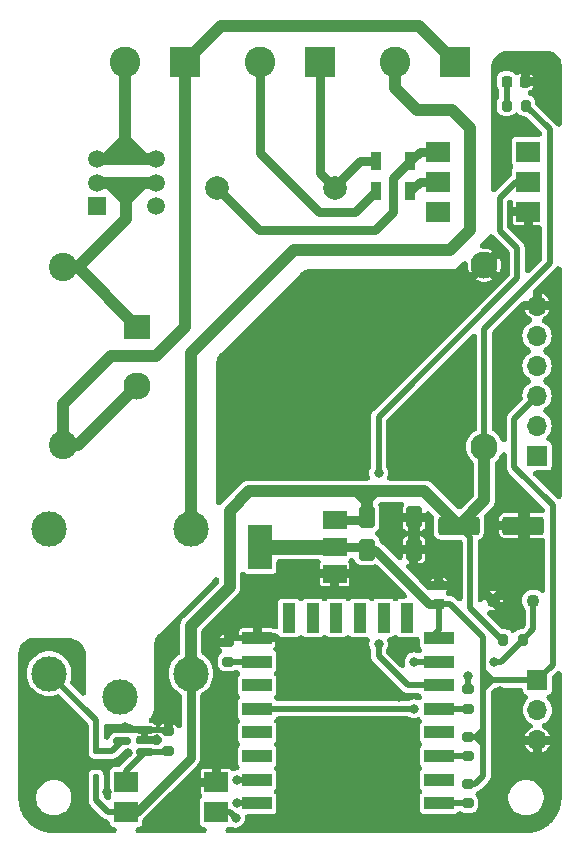
<source format=gtl>
%TF.GenerationSoftware,KiCad,Pcbnew,7.0.8*%
%TF.CreationDate,2025-03-27T12:51:53-03:00*%
%TF.ProjectId,on_off_module_x1,6f6e5f6f-6666-45f6-9d6f-64756c655f78,2.0*%
%TF.SameCoordinates,Original*%
%TF.FileFunction,Copper,L1,Top*%
%TF.FilePolarity,Positive*%
%FSLAX46Y46*%
G04 Gerber Fmt 4.6, Leading zero omitted, Abs format (unit mm)*
G04 Created by KiCad (PCBNEW 7.0.8) date 2025-03-27 12:51:53*
%MOMM*%
%LPD*%
G01*
G04 APERTURE LIST*
G04 Aperture macros list*
%AMRoundRect*
0 Rectangle with rounded corners*
0 $1 Rounding radius*
0 $2 $3 $4 $5 $6 $7 $8 $9 X,Y pos of 4 corners*
0 Add a 4 corners polygon primitive as box body*
4,1,4,$2,$3,$4,$5,$6,$7,$8,$9,$2,$3,0*
0 Add four circle primitives for the rounded corners*
1,1,$1+$1,$2,$3*
1,1,$1+$1,$4,$5*
1,1,$1+$1,$6,$7*
1,1,$1+$1,$8,$9*
0 Add four rect primitives between the rounded corners*
20,1,$1+$1,$2,$3,$4,$5,0*
20,1,$1+$1,$4,$5,$6,$7,0*
20,1,$1+$1,$6,$7,$8,$9,0*
20,1,$1+$1,$8,$9,$2,$3,0*%
G04 Aperture macros list end*
%TA.AperFunction,SMDPad,CuDef*%
%ADD10RoundRect,0.225000X-0.250000X0.225000X-0.250000X-0.225000X0.250000X-0.225000X0.250000X0.225000X0*%
%TD*%
%TA.AperFunction,ComponentPad*%
%ADD11C,1.100000*%
%TD*%
%TA.AperFunction,SMDPad,CuDef*%
%ADD12RoundRect,0.150000X0.587500X0.150000X-0.587500X0.150000X-0.587500X-0.150000X0.587500X-0.150000X0*%
%TD*%
%TA.AperFunction,SMDPad,CuDef*%
%ADD13RoundRect,0.125000X0.125000X-0.125000X0.125000X0.125000X-0.125000X0.125000X-0.125000X-0.125000X0*%
%TD*%
%TA.AperFunction,ComponentPad*%
%ADD14R,2.600000X2.600000*%
%TD*%
%TA.AperFunction,ComponentPad*%
%ADD15C,2.600000*%
%TD*%
%TA.AperFunction,SMDPad,CuDef*%
%ADD16RoundRect,0.225000X-0.225000X-0.575000X0.225000X-0.575000X0.225000X0.575000X-0.225000X0.575000X0*%
%TD*%
%TA.AperFunction,SMDPad,CuDef*%
%ADD17R,2.000000X1.780000*%
%TD*%
%TA.AperFunction,ComponentPad*%
%ADD18C,2.000000*%
%TD*%
%TA.AperFunction,SMDPad,CuDef*%
%ADD19RoundRect,0.218750X0.218750X0.256250X-0.218750X0.256250X-0.218750X-0.256250X0.218750X-0.256250X0*%
%TD*%
%TA.AperFunction,ComponentPad*%
%ADD20C,3.000000*%
%TD*%
%TA.AperFunction,ComponentPad*%
%ADD21R,1.700000X1.700000*%
%TD*%
%TA.AperFunction,ComponentPad*%
%ADD22O,1.700000X1.700000*%
%TD*%
%TA.AperFunction,SMDPad,CuDef*%
%ADD23RoundRect,0.200000X-0.275000X0.200000X-0.275000X-0.200000X0.275000X-0.200000X0.275000X0.200000X0*%
%TD*%
%TA.AperFunction,SMDPad,CuDef*%
%ADD24R,2.000000X1.500000*%
%TD*%
%TA.AperFunction,SMDPad,CuDef*%
%ADD25R,2.000000X3.800000*%
%TD*%
%TA.AperFunction,SMDPad,CuDef*%
%ADD26RoundRect,0.200000X0.275000X-0.200000X0.275000X0.200000X-0.275000X0.200000X-0.275000X-0.200000X0*%
%TD*%
%TA.AperFunction,SMDPad,CuDef*%
%ADD27RoundRect,0.259259X-0.440741X-0.640741X0.440741X-0.640741X0.440741X0.640741X-0.440741X0.640741X0*%
%TD*%
%TA.AperFunction,SMDPad,CuDef*%
%ADD28R,2.500000X1.100000*%
%TD*%
%TA.AperFunction,SMDPad,CuDef*%
%ADD29R,1.100000X2.500000*%
%TD*%
%TA.AperFunction,ComponentPad*%
%ADD30C,2.400000*%
%TD*%
%TA.AperFunction,ComponentPad*%
%ADD31R,2.300000X2.000000*%
%TD*%
%TA.AperFunction,ComponentPad*%
%ADD32C,2.300000*%
%TD*%
%TA.AperFunction,SMDPad,CuDef*%
%ADD33RoundRect,0.200000X-0.200000X-0.275000X0.200000X-0.275000X0.200000X0.275000X-0.200000X0.275000X0*%
%TD*%
%TA.AperFunction,SMDPad,CuDef*%
%ADD34RoundRect,0.250000X-1.500000X-0.550000X1.500000X-0.550000X1.500000X0.550000X-1.500000X0.550000X0*%
%TD*%
%TA.AperFunction,SMDPad,CuDef*%
%ADD35RoundRect,0.200000X0.200000X0.275000X-0.200000X0.275000X-0.200000X-0.275000X0.200000X-0.275000X0*%
%TD*%
%TA.AperFunction,ComponentPad*%
%ADD36R,1.500000X1.500000*%
%TD*%
%TA.AperFunction,ComponentPad*%
%ADD37C,1.500000*%
%TD*%
%TA.AperFunction,ViaPad*%
%ADD38C,0.800000*%
%TD*%
%TA.AperFunction,Conductor*%
%ADD39C,1.016000*%
%TD*%
%TA.AperFunction,Conductor*%
%ADD40C,0.762000*%
%TD*%
%TA.AperFunction,Conductor*%
%ADD41C,0.508000*%
%TD*%
%TA.AperFunction,Conductor*%
%ADD42C,1.270000*%
%TD*%
%TA.AperFunction,Conductor*%
%ADD43C,0.250000*%
%TD*%
G04 APERTURE END LIST*
D10*
%TO.P,C5,1*%
%TO.N,GND*%
X161151000Y-117067001D03*
%TO.P,C5,2*%
%TO.N,+3.3V*%
X161151000Y-118617001D03*
%TD*%
D11*
%TO.P,R8,1*%
%TO.N,GND*%
X165721000Y-118350001D03*
%TO.P,R8,2*%
%TO.N,LDR*%
X169121000Y-118350001D03*
%TD*%
D12*
%TO.P,Q1,1,G*%
%TO.N,Net-(Q1-G)*%
X136222500Y-131182001D03*
%TO.P,Q1,2,S*%
%TO.N,GND*%
X136222500Y-129282001D03*
%TO.P,Q1,3,D*%
%TO.N,Net-(D2-A)*%
X134347500Y-130232001D03*
%TD*%
D13*
%TO.P,D2,1,K*%
%TO.N,+12V*%
X132115000Y-133293001D03*
%TO.P,D2,2,A*%
%TO.N,Net-(D2-A)*%
X132115000Y-131093001D03*
%TD*%
D14*
%TO.P,J3,1,Pin_1*%
%TO.N,NEUT*%
X162495500Y-72757001D03*
D15*
%TO.P,J3,2,Pin_2*%
%TO.N,Net-(J3-Pin_2)*%
X157415500Y-72757001D03*
%TD*%
D16*
%TO.P,R9,1*%
%TO.N,Net-(J2-Pin_2)*%
X155811000Y-83679001D03*
%TO.P,R9,2*%
%TO.N,Net-(R9-Pad2)*%
X158711000Y-83679001D03*
%TD*%
D17*
%TO.P,U4,1*%
%TO.N,Net-(C6-Pad2)*%
X161071000Y-80337001D03*
%TO.P,U4,2*%
%TO.N,Net-(R9-Pad2)*%
X161071000Y-82877001D03*
%TO.P,U4,3,NC*%
%TO.N,unconnected-(U4-NC-Pad3)*%
X161071000Y-85417001D03*
%TO.P,U4,4*%
%TO.N,GND*%
X168691000Y-85417001D03*
%TO.P,U4,5*%
%TO.N,SWITCH*%
X168691000Y-82877001D03*
%TO.P,U4,6*%
%TO.N,unconnected-(U4-Pad6)*%
X168691000Y-80337001D03*
%TD*%
D18*
%TO.P,C6,1*%
%TO.N,Net-(J2-Pin_1)*%
X152368000Y-83425001D03*
%TO.P,C6,2*%
%TO.N,Net-(C6-Pad2)*%
X142368000Y-83425001D03*
%TD*%
D19*
%TO.P,D1,1,K*%
%TO.N,GND*%
X168462500Y-74408001D03*
%TO.P,D1,2,A*%
%TO.N,Net-(D1-A)*%
X166887500Y-74408001D03*
%TD*%
D20*
%TO.P,K1,11*%
%TO.N,LINE*%
X134147000Y-126527001D03*
%TO.P,K1,12*%
%TO.N,unconnected-(K1-Pad12)*%
X128147000Y-112327001D03*
%TO.P,K1,14*%
%TO.N,Net-(J3-Pin_2)*%
X140147000Y-112327001D03*
%TO.P,K1,A1*%
%TO.N,+12V*%
X140147000Y-124527001D03*
%TO.P,K1,A2*%
%TO.N,Net-(D2-A)*%
X128147000Y-124527001D03*
%TD*%
D21*
%TO.P,J4,1,Pin_1*%
%TO.N,unconnected-(J4-Pin_1-Pad1)*%
X169453000Y-106099001D03*
D22*
%TO.P,J4,2,Pin_2*%
%TO.N,unconnected-(J4-Pin_2-Pad2)*%
X169453000Y-103559001D03*
%TO.P,J4,3,Pin_3*%
%TO.N,+3.3V*%
X169453000Y-101019001D03*
%TO.P,J4,4,Pin_4*%
%TO.N,TX*%
X169453000Y-98479001D03*
%TO.P,J4,5,Pin_5*%
%TO.N,RX*%
X169453000Y-95939001D03*
%TO.P,J4,6,Pin_6*%
%TO.N,GND*%
X169453000Y-93399001D03*
%TD*%
D23*
%TO.P,R5,1*%
%TO.N,Net-(R5-Pad1)*%
X163611000Y-125868501D03*
%TO.P,R5,2*%
%TO.N,RELAY*%
X163611000Y-127518501D03*
%TD*%
D14*
%TO.P,J2,1,Pin_1*%
%TO.N,Net-(J2-Pin_1)*%
X151078000Y-72757001D03*
D15*
%TO.P,J2,2,Pin_2*%
%TO.N,Net-(J2-Pin_2)*%
X145998000Y-72757001D03*
%TD*%
D14*
%TO.P,J1,1,Pin_1*%
%TO.N,NEUT*%
X139660500Y-72757001D03*
D15*
%TO.P,J1,2,Pin_2*%
%TO.N,Net-(J1-Pin_2)*%
X134580500Y-72757001D03*
%TD*%
D16*
%TO.P,R10,1*%
%TO.N,Net-(J2-Pin_1)*%
X155811000Y-81139001D03*
%TO.P,R10,2*%
%TO.N,Net-(C6-Pad2)*%
X158711000Y-81139001D03*
%TD*%
D24*
%TO.P,U1,1,GND*%
%TO.N,GND*%
X152308000Y-116092001D03*
%TO.P,U1,2,VO*%
%TO.N,+3.3V*%
X152308000Y-113792001D03*
D25*
X146008000Y-113792001D03*
D24*
%TO.P,U1,3,VI*%
%TO.N,+12V*%
X152308000Y-111492001D03*
%TD*%
D26*
%TO.P,R6,1*%
%TO.N,Net-(Q1-G)*%
X138211000Y-131057001D03*
%TO.P,R6,2*%
%TO.N,GND*%
X138211000Y-129407001D03*
%TD*%
D27*
%TO.P,C4,1*%
%TO.N,+3.3V*%
X155031998Y-114045999D03*
%TO.P,C4,2*%
%TO.N,GND*%
X159031998Y-114045999D03*
%TD*%
D23*
%TO.P,R2,1*%
%TO.N,+3.3V*%
X163611000Y-133868501D03*
%TO.P,R2,2*%
%TO.N,Net-(U2-REST)*%
X163611000Y-135518501D03*
%TD*%
D28*
%TO.P,U2,1,REST*%
%TO.N,Net-(U2-REST)*%
X161151000Y-135518501D03*
%TO.P,U2,2,ADC*%
%TO.N,unconnected-(U2-ADC-Pad2)*%
X161151000Y-133518501D03*
%TO.P,U2,3,CH_PD*%
%TO.N,Net-(U2-CH_PD)*%
X161151000Y-131518501D03*
%TO.P,U2,4,GPIO16*%
%TO.N,unconnected-(U2-GPIO16-Pad4)*%
X161151000Y-129518501D03*
%TO.P,U2,5,GPIO14*%
%TO.N,RELAY*%
X161151000Y-127518501D03*
%TO.P,U2,6,GPIO12*%
%TO.N,SWITCH*%
X161151000Y-125518501D03*
%TO.P,U2,7,GPIO13*%
%TO.N,LDR*%
X161151000Y-123518501D03*
%TO.P,U2,8,VCC*%
%TO.N,+3.3V*%
X161151000Y-121518501D03*
%TO.P,U2,9,GND*%
%TO.N,GND*%
X145751000Y-121518501D03*
%TO.P,U2,10,GPIO15*%
%TO.N,Net-(U2-GPIO15)*%
X145751000Y-123518501D03*
%TO.P,U2,11,GPIO2*%
%TO.N,unconnected-(U2-GPIO2-Pad11)*%
X145751000Y-125518501D03*
%TO.P,U2,12,GPIO0*%
%TO.N,FLASH*%
X145751000Y-127518501D03*
%TO.P,U2,13,GPIO4*%
%TO.N,unconnected-(U2-GPIO4-Pad13)*%
X145751000Y-129518501D03*
%TO.P,U2,14,GPIO5*%
%TO.N,unconnected-(U2-GPIO5-Pad14)*%
X145751000Y-131518501D03*
%TO.P,U2,15,RXD*%
%TO.N,TX*%
X145751000Y-133518501D03*
%TO.P,U2,16,TXD*%
%TO.N,RX*%
X145751000Y-135518501D03*
D29*
%TO.P,U2,17,CS0*%
%TO.N,unconnected-(U2-CS0-Pad17)*%
X158461000Y-119818501D03*
%TO.P,U2,18,MISO*%
%TO.N,unconnected-(U2-MISO-Pad18)*%
X156461000Y-119818501D03*
%TO.P,U2,19,GPIO9*%
%TO.N,unconnected-(U2-GPIO9-Pad19)*%
X154461000Y-119818501D03*
%TO.P,U2,20,GPIO10*%
%TO.N,unconnected-(U2-GPIO10-Pad20)*%
X152461000Y-119818501D03*
%TO.P,U2,21,MOSI*%
%TO.N,unconnected-(U2-MOSI-Pad21)*%
X150461000Y-119818501D03*
%TO.P,U2,22,SCLK*%
%TO.N,unconnected-(U2-SCLK-Pad22)*%
X148461000Y-119818501D03*
%TD*%
D30*
%TO.P,C1,1*%
%TO.N,LINE*%
X129321000Y-90149001D03*
%TO.P,C1,2*%
%TO.N,NEUT*%
X129321000Y-105149001D03*
%TD*%
D17*
%TO.P,U3,1*%
%TO.N,Net-(R5-Pad1)*%
X142275000Y-136257001D03*
%TO.P,U3,2*%
%TO.N,GND*%
X142275000Y-133717001D03*
%TO.P,U3,3*%
%TO.N,Net-(Q1-G)*%
X134655000Y-133717001D03*
%TO.P,U3,4*%
%TO.N,+12V*%
X134655000Y-136257001D03*
%TD*%
D31*
%TO.P,PS1,1,AC/L*%
%TO.N,LINE*%
X135586500Y-95149001D03*
D32*
%TO.P,PS1,2,AC/N*%
%TO.N,NEUT*%
X135586500Y-100149001D03*
%TO.P,PS1,3,-Vout*%
%TO.N,GND*%
X164986500Y-89949001D03*
%TO.P,PS1,4,+Vout*%
%TO.N,+12V*%
X164986500Y-105349001D03*
%TD*%
D33*
%TO.P,R7,1*%
%TO.N,+12V*%
X166596000Y-121652001D03*
%TO.P,R7,2*%
%TO.N,LDR*%
X168246000Y-121652001D03*
%TD*%
D27*
%TO.P,C3,1*%
%TO.N,+12V*%
X155031999Y-111292000D03*
%TO.P,C3,2*%
%TO.N,GND*%
X159031999Y-111292000D03*
%TD*%
D21*
%TO.P,J5,1,Pin_1*%
%TO.N,+3.3V*%
X169478000Y-125081001D03*
D22*
%TO.P,J5,2,Pin_2*%
%TO.N,FLASH*%
X169478000Y-127621001D03*
%TO.P,J5,3,Pin_3*%
%TO.N,GND*%
X169478000Y-130161001D03*
%TD*%
D34*
%TO.P,C2,1*%
%TO.N,+12V*%
X162833000Y-112000000D03*
%TO.P,C2,2*%
%TO.N,GND*%
X168233000Y-112000000D03*
%TD*%
D35*
%TO.P,R4,1*%
%TO.N,+12V*%
X168520000Y-76436503D03*
%TO.P,R4,2*%
%TO.N,Net-(D1-A)*%
X166870000Y-76436503D03*
%TD*%
D26*
%TO.P,R3,1*%
%TO.N,Net-(U2-GPIO15)*%
X143291000Y-123518501D03*
%TO.P,R3,2*%
%TO.N,GND*%
X143291000Y-121868501D03*
%TD*%
D36*
%TO.P,SW1,1,A*%
%TO.N,unconnected-(SW1-A-Pad1)*%
X132155000Y-84975001D03*
D37*
%TO.P,SW1,2,B*%
%TO.N,LINE*%
X132155000Y-82975001D03*
%TO.P,SW1,3,C*%
%TO.N,Net-(J1-Pin_2)*%
X132155000Y-80975001D03*
%TO.P,SW1,4,A*%
%TO.N,unconnected-(SW1-A-Pad4)*%
X137155000Y-84975001D03*
%TO.P,SW1,5,B*%
%TO.N,LINE*%
X137155000Y-82975001D03*
%TO.P,SW1,6,C*%
%TO.N,Net-(J1-Pin_2)*%
X137155000Y-80975001D03*
%TD*%
D23*
%TO.P,R1,1*%
%TO.N,+3.3V*%
X163611000Y-129868501D03*
%TO.P,R1,2*%
%TO.N,Net-(U2-CH_PD)*%
X163611000Y-131518501D03*
%TD*%
D38*
%TO.N,GND*%
X166533000Y-82535001D03*
X151653000Y-95355001D03*
X166783000Y-108285001D03*
X159273000Y-95355001D03*
X159273000Y-102975001D03*
X126783000Y-127785001D03*
X137283000Y-137285001D03*
X153093000Y-131340001D03*
X166283000Y-126035001D03*
X147843000Y-95355001D03*
X163083000Y-102975001D03*
X126783000Y-131535001D03*
X134533000Y-129035001D03*
X157642001Y-114046001D03*
X165533000Y-114285001D03*
X163083000Y-99165001D03*
X130533000Y-129785001D03*
X162283000Y-114285001D03*
X154283000Y-103785001D03*
X153093000Y-126035001D03*
X163083000Y-106785001D03*
X131533000Y-137285001D03*
X149283000Y-135785001D03*
X153093000Y-135785001D03*
X159273000Y-106785001D03*
X151653000Y-91545001D03*
X169033000Y-89035001D03*
X166533000Y-132035001D03*
X159273000Y-91545001D03*
X141783000Y-121868501D03*
X138211000Y-127785001D03*
X144033000Y-99165001D03*
X144033000Y-102975001D03*
X166533000Y-79535001D03*
X144033000Y-106785001D03*
X157783000Y-126535001D03*
X168588998Y-110486800D03*
X139783000Y-134535001D03*
X134783000Y-131285001D03*
X151653000Y-106785001D03*
X167283000Y-119785001D03*
X149033000Y-130285001D03*
X147843000Y-102975001D03*
X146283000Y-117285001D03*
X153093000Y-122450001D03*
X156903000Y-135785001D03*
X168691000Y-87285001D03*
X155463000Y-91545001D03*
X149283000Y-126035001D03*
X156903000Y-131340001D03*
X147843000Y-99165001D03*
X153959000Y-116092001D03*
X133033000Y-134535001D03*
X149283000Y-122450001D03*
X150657000Y-116092002D03*
X151653000Y-99165001D03*
X155463000Y-95355001D03*
X157642001Y-111292001D03*
X157533000Y-117535001D03*
X142533000Y-131285001D03*
X163083000Y-91545001D03*
X168588999Y-113484001D03*
X142533000Y-127785001D03*
X170033000Y-73035001D03*
X157783000Y-122285001D03*
%TO.N,SWITCH*%
X156033000Y-107535001D03*
X156033000Y-122035001D03*
%TO.N,LDR*%
X159039000Y-123518501D03*
X165770000Y-123518501D03*
%TO.N,TX*%
X144053000Y-133518501D03*
%TO.N,RX*%
X144053000Y-135518501D03*
%TO.N,FLASH*%
X159039000Y-127494001D03*
%TO.N,Net-(R5-Pad1)*%
X143926000Y-136765001D03*
X163611000Y-124700001D03*
%TD*%
D39*
%TO.N,LINE*%
X133189000Y-82975001D02*
X134655000Y-84441001D01*
X137155000Y-82975001D02*
X136121000Y-82975001D01*
X134655000Y-84441001D02*
X134655000Y-82975001D01*
X134655000Y-82975001D02*
X137155000Y-82975001D01*
X136121000Y-82975001D02*
X134655000Y-84441001D01*
X134655000Y-86080501D02*
X134655000Y-84441001D01*
X132155000Y-82975001D02*
X133189000Y-82975001D01*
X132155000Y-82975001D02*
X134655000Y-82975001D01*
X130586500Y-90149001D02*
X134655000Y-86080501D01*
X130586500Y-90149001D02*
X135586500Y-95149001D01*
X129321000Y-90149001D02*
X130586500Y-90149001D01*
%TO.N,NEUT*%
X139660500Y-72757001D02*
X139660500Y-95183501D01*
X130586500Y-105149001D02*
X135586500Y-100149001D01*
X137195000Y-97649001D02*
X133385000Y-97649001D01*
X142708500Y-69709001D02*
X159447500Y-69709001D01*
X129321000Y-101713001D02*
X129321000Y-105149001D01*
X139660500Y-95183501D02*
X137195000Y-97649001D01*
X159447500Y-69709001D02*
X162495500Y-72757001D01*
X139660500Y-72757001D02*
X142708500Y-69709001D01*
X129321000Y-105149001D02*
X130586500Y-105149001D01*
X133385000Y-97649001D02*
X129321000Y-101713001D01*
%TO.N,+12V*%
X155031999Y-109136000D02*
X155031999Y-109841001D01*
X154213000Y-109079001D02*
X155737000Y-109079000D01*
D40*
X154831998Y-111492000D02*
X155031999Y-111292001D01*
X135561000Y-136257001D02*
X134655000Y-136257001D01*
D39*
X140147000Y-120478001D02*
X143418000Y-117207001D01*
X143418000Y-110730001D02*
X145069000Y-109079001D01*
D40*
X140147000Y-124527001D02*
X140147000Y-131671001D01*
D39*
X140147000Y-124527001D02*
X140147000Y-120478001D01*
X155031999Y-109841001D02*
X155031999Y-109784001D01*
D41*
X166495474Y-121652001D02*
X163783000Y-118939527D01*
D39*
X154975000Y-109841001D02*
X154213000Y-109079001D01*
D41*
X163783000Y-112950000D02*
X162833000Y-112000000D01*
D39*
X159912000Y-109079000D02*
X162833000Y-112000000D01*
D41*
X166596000Y-121652001D02*
X166495474Y-121652001D01*
D40*
X140147000Y-131671001D02*
X135561000Y-136257001D01*
D41*
X164986500Y-105349001D02*
X164986500Y-95331501D01*
D40*
X152308000Y-111492000D02*
X154831998Y-111492000D01*
D39*
X164986500Y-109846500D02*
X162833000Y-112000000D01*
D41*
X170533000Y-89785001D02*
X170533000Y-78449503D01*
D39*
X143418000Y-117207001D02*
X143418000Y-110730001D01*
D41*
X133131000Y-136257001D02*
X134655000Y-136257001D01*
D39*
X145069000Y-109079001D02*
X154975000Y-109079001D01*
X155031999Y-109784001D02*
X155737000Y-109079000D01*
X155031999Y-111292000D02*
X155031999Y-109841001D01*
D41*
X170533000Y-78449503D02*
X168520000Y-76436503D01*
X132115000Y-135241001D02*
X133131000Y-136257001D01*
X163783000Y-118939527D02*
X163783000Y-112950000D01*
D39*
X154975000Y-109079001D02*
X155031999Y-109136000D01*
X155737000Y-109079000D02*
X159912000Y-109079000D01*
D41*
X164986500Y-95331501D02*
X170533000Y-89785001D01*
X132115000Y-135241001D02*
X132115000Y-133293001D01*
D39*
X155031999Y-109841001D02*
X154975000Y-109841001D01*
X164986500Y-105349001D02*
X164986500Y-109846499D01*
D41*
%TO.N,GND*%
X157642001Y-114046001D02*
X159031998Y-114046001D01*
D39*
X159031998Y-114046001D02*
X159031998Y-111292001D01*
D41*
X136222500Y-129282001D02*
X138086000Y-129282001D01*
X157642001Y-111292001D02*
X159031998Y-111292001D01*
X143641000Y-121518501D02*
X146451000Y-121518501D01*
X153959000Y-116092001D02*
X150657001Y-116092001D01*
X138086000Y-129282001D02*
X138211000Y-129407001D01*
X143291000Y-121868501D02*
X143641000Y-121518501D01*
X150657001Y-116092001D02*
X150657000Y-116092002D01*
X168588999Y-113484001D02*
X168588998Y-110486800D01*
%TO.N,+3.3V*%
X164284500Y-129868501D02*
X163611000Y-129868501D01*
X165643000Y-125081001D02*
X164881000Y-125843001D01*
D40*
X152308001Y-113792000D02*
X154777998Y-113792000D01*
D42*
X152308001Y-113792000D02*
X146008000Y-113792000D01*
D41*
X164881000Y-130465001D02*
X164881000Y-133209001D01*
X164284500Y-129868501D02*
X164881000Y-130465001D01*
D40*
X154777998Y-113792000D02*
X155031999Y-114046001D01*
D41*
X164221500Y-133868501D02*
X163611000Y-133868501D01*
X167533000Y-107035001D02*
X170783000Y-110285001D01*
X167533000Y-102939001D02*
X167533000Y-107035001D01*
D43*
X160451000Y-121518501D02*
X160446000Y-121513501D01*
D41*
X164881000Y-124319001D02*
X164881000Y-125081001D01*
X164881000Y-125081001D02*
X164881000Y-125843001D01*
X169478000Y-125081001D02*
X165643000Y-125081001D01*
X164881000Y-121398001D02*
X162100000Y-118617001D01*
X164881000Y-133209001D02*
X164221500Y-133868501D01*
X164881000Y-129272001D02*
X164284500Y-129868501D01*
X165643000Y-125081001D02*
X164881000Y-125081001D01*
D40*
X160322000Y-118617001D02*
X161151000Y-118617001D01*
D41*
X164881000Y-129272001D02*
X164881000Y-130465001D01*
X170783000Y-110285001D02*
X170783000Y-123776001D01*
X164881000Y-124319001D02*
X165643000Y-125081001D01*
X161151000Y-120818501D02*
X160451000Y-121518501D01*
D40*
X155031998Y-114045999D02*
X155750998Y-114045999D01*
X155750998Y-114045999D02*
X160322000Y-118617001D01*
D41*
X170783000Y-123776001D02*
X169478000Y-125081001D01*
X164881000Y-124319001D02*
X164881000Y-121398001D01*
X162100000Y-118617001D02*
X161151000Y-118617001D01*
X161151000Y-118617001D02*
X161151000Y-120818501D01*
X169453000Y-101019001D02*
X167533000Y-102939001D01*
X164881000Y-125843001D02*
X164881000Y-129272001D01*
%TO.N,SWITCH*%
X167783000Y-88535001D02*
X166283000Y-87035001D01*
X166283000Y-84285001D02*
X167691000Y-82877001D01*
X156033000Y-123035001D02*
X158533000Y-125535001D01*
X156033000Y-102785001D02*
X167783000Y-91035001D01*
X166283000Y-87035001D02*
X166283000Y-84285001D01*
X156033000Y-122035001D02*
X156033000Y-123035001D01*
X158533000Y-125535001D02*
X160434500Y-125535001D01*
X167783000Y-91035001D02*
X167783000Y-88535001D01*
X167691000Y-82877001D02*
X168441000Y-82877001D01*
X156033000Y-107535001D02*
X156033000Y-102785001D01*
X160434500Y-125535001D02*
X160451000Y-125518501D01*
%TO.N,Net-(D1-A)*%
X166887500Y-74408001D02*
X166887500Y-76419003D01*
D43*
X166887500Y-76419003D02*
X166870000Y-76436503D01*
D41*
%TO.N,Net-(D2-A)*%
X128147000Y-124527001D02*
X132115000Y-128495001D01*
X133486500Y-131093001D02*
X134347500Y-130232001D01*
X132115000Y-128495001D02*
X132115000Y-131093001D01*
X132115000Y-131093001D02*
X133486500Y-131093001D01*
%TO.N,LDR*%
X166379500Y-123518501D02*
X168246000Y-121652001D01*
X169121000Y-118350001D02*
X169121000Y-120777001D01*
X169121000Y-120777001D02*
X168246000Y-121652001D01*
X165770000Y-123518501D02*
X166379500Y-123518501D01*
X160451000Y-123518501D02*
X159039000Y-123518501D01*
D39*
%TO.N,Net-(J1-Pin_2)*%
X136194500Y-80975001D02*
X134580500Y-79361001D01*
D43*
X134580500Y-80795501D02*
X134401000Y-80975001D01*
D39*
X134580500Y-79361001D02*
X134580500Y-80795501D01*
X134401000Y-80975001D02*
X137155000Y-80975001D01*
X132155000Y-80975001D02*
X132966500Y-80975001D01*
X137155000Y-80975001D02*
X136194500Y-80975001D01*
X132155000Y-80975001D02*
X134401000Y-80975001D01*
X134580500Y-72757001D02*
X134580500Y-79361001D01*
X132966500Y-80975001D02*
X134580500Y-79361001D01*
D41*
%TO.N,TX*%
X144053000Y-133518501D02*
X146451000Y-133518501D01*
%TO.N,RX*%
X144053000Y-135518501D02*
X146451000Y-135518501D01*
%TO.N,RELAY*%
X163611000Y-127518501D02*
X160451000Y-127518501D01*
%TO.N,Net-(Q1-G)*%
X136222500Y-131182001D02*
X138086000Y-131182001D01*
X134655000Y-132749501D02*
X136222500Y-131182001D01*
X134655000Y-133717001D02*
X134655000Y-132749501D01*
X138086000Y-131182001D02*
X138211000Y-131057001D01*
%TO.N,Net-(U2-CH_PD)*%
X163611000Y-131518501D02*
X160451000Y-131518501D01*
%TO.N,Net-(U2-REST)*%
X163611000Y-135518501D02*
X160451000Y-135518501D01*
%TO.N,Net-(U2-GPIO15)*%
X143291000Y-123518501D02*
X146451000Y-123518501D01*
%TO.N,FLASH*%
X159014500Y-127518501D02*
X146451000Y-127518501D01*
X159039000Y-127494001D02*
X159014500Y-127518501D01*
%TO.N,Net-(R5-Pad1)*%
X142275000Y-136257001D02*
X143418000Y-136257001D01*
X143418000Y-136257001D02*
X143926000Y-136765001D01*
X163611000Y-125868501D02*
X163611000Y-124700001D01*
D40*
%TO.N,Net-(J2-Pin_1)*%
X152368000Y-83238001D02*
X152368000Y-83425001D01*
X151078000Y-82135001D02*
X151078000Y-72757001D01*
X155811000Y-81139001D02*
X154467000Y-81139001D01*
X154467000Y-81139001D02*
X152368000Y-83238001D01*
X152368000Y-83425001D02*
X151078000Y-82135001D01*
%TO.N,Net-(C6-Pad2)*%
X142368000Y-83425001D02*
X145924000Y-86981001D01*
X159513000Y-80337001D02*
X161071000Y-80337001D01*
X155737000Y-86981001D02*
X157261000Y-85457001D01*
X157261000Y-85457001D02*
X157261000Y-82589001D01*
X158711000Y-81139001D02*
X159513000Y-80337001D01*
X157261000Y-82589001D02*
X158711000Y-81139001D01*
X145924000Y-86981001D02*
X155737000Y-86981001D01*
%TO.N,Net-(J2-Pin_2)*%
X155811000Y-83679001D02*
X154033000Y-85457001D01*
X145998000Y-80498418D02*
X145998000Y-72757001D01*
X150956583Y-85457001D02*
X145998000Y-80498418D01*
X154033000Y-85457001D02*
X150956583Y-85457001D01*
D39*
%TO.N,Net-(J3-Pin_2)*%
X162087000Y-88632001D02*
X148879000Y-88632001D01*
X163738000Y-78345001D02*
X163738000Y-86981001D01*
X148879000Y-88632001D02*
X140147000Y-97364001D01*
X157415500Y-74943501D02*
X159293000Y-76821001D01*
X140147000Y-97364001D02*
X140147000Y-112327001D01*
X163738000Y-86981001D02*
X162087000Y-88632001D01*
X162214000Y-76821001D02*
X163738000Y-78345001D01*
X157415500Y-72757001D02*
X157415500Y-74943501D01*
X159293000Y-76821001D02*
X162214000Y-76821001D01*
D40*
%TO.N,Net-(R9-Pad2)*%
X159513000Y-82877001D02*
X161071000Y-82877001D01*
X158711000Y-83679001D02*
X159513000Y-82877001D01*
%TD*%
%TA.AperFunction,Conductor*%
%TO.N,GND*%
G36*
X129782999Y-121535056D02*
G01*
X129788915Y-121535139D01*
X129794831Y-121535222D01*
X129841941Y-121536101D01*
X129896328Y-121538998D01*
X129905054Y-121539767D01*
X129959103Y-121546420D01*
X130035013Y-121558442D01*
X130127946Y-121576928D01*
X130137605Y-121579246D01*
X130228784Y-121604961D01*
X130262897Y-121616045D01*
X130351801Y-121648843D01*
X130360968Y-121652641D01*
X130447012Y-121692307D01*
X130472214Y-121705149D01*
X130478965Y-121708589D01*
X130495495Y-121717846D01*
X130561633Y-121754886D01*
X130570100Y-121760074D01*
X130591781Y-121774560D01*
X130648879Y-121812713D01*
X130658122Y-121819428D01*
X130677890Y-121833790D01*
X130752301Y-121892450D01*
X130759847Y-121898896D01*
X130829429Y-121963216D01*
X130854785Y-121988572D01*
X130919104Y-122058153D01*
X130925551Y-122065701D01*
X130956302Y-122104708D01*
X130984212Y-122140112D01*
X131005288Y-122169122D01*
X131057923Y-122247896D01*
X131063114Y-122256366D01*
X131109411Y-122339035D01*
X131114447Y-122348917D01*
X131125697Y-122370997D01*
X131128109Y-122376228D01*
X131165360Y-122457033D01*
X131169161Y-122466211D01*
X131175342Y-122482965D01*
X131201955Y-122555102D01*
X131213039Y-122589216D01*
X131228056Y-122642462D01*
X131238753Y-122680395D01*
X131241072Y-122690053D01*
X131259559Y-122782987D01*
X131271581Y-122858899D01*
X131278235Y-122912959D01*
X131279003Y-122921682D01*
X131281902Y-122976060D01*
X131282779Y-123023171D01*
X131282945Y-123035001D01*
X131283000Y-123046832D01*
X131283000Y-126153472D01*
X131263742Y-126250291D01*
X131208898Y-126332370D01*
X131126819Y-126387214D01*
X131030000Y-126406472D01*
X130933181Y-126387214D01*
X130851102Y-126332370D01*
X129968711Y-125449979D01*
X129913867Y-125367900D01*
X129894609Y-125271081D01*
X129910561Y-125182666D01*
X129956897Y-125058435D01*
X130014106Y-124795450D01*
X130017483Y-124748233D01*
X130033306Y-124527006D01*
X130033306Y-124526995D01*
X130014107Y-124258562D01*
X130014105Y-124258548D01*
X130010267Y-124240906D01*
X129956897Y-123995567D01*
X129927304Y-123916225D01*
X129862847Y-123743408D01*
X129862844Y-123743402D01*
X129862844Y-123743401D01*
X129740040Y-123518501D01*
X129733863Y-123507188D01*
X129733862Y-123507187D01*
X129572578Y-123291737D01*
X129572573Y-123291731D01*
X129382269Y-123101427D01*
X129382263Y-123101422D01*
X129166813Y-122940138D01*
X129166812Y-122940137D01*
X128930598Y-122811156D01*
X128930592Y-122811153D01*
X128678438Y-122717105D01*
X128678434Y-122717104D01*
X128634794Y-122707610D01*
X128415452Y-122659895D01*
X128415438Y-122659893D01*
X128147005Y-122640695D01*
X128146995Y-122640695D01*
X127878561Y-122659893D01*
X127878547Y-122659895D01*
X127615561Y-122717105D01*
X127363407Y-122811153D01*
X127363401Y-122811156D01*
X127127187Y-122940137D01*
X127127186Y-122940138D01*
X126911736Y-123101422D01*
X126911730Y-123101427D01*
X126721426Y-123291731D01*
X126721421Y-123291737D01*
X126560137Y-123507187D01*
X126560136Y-123507188D01*
X126431155Y-123743402D01*
X126431152Y-123743408D01*
X126337104Y-123995562D01*
X126279894Y-124258548D01*
X126279892Y-124258562D01*
X126260694Y-124526995D01*
X126260694Y-124527006D01*
X126279892Y-124795439D01*
X126279894Y-124795453D01*
X126337104Y-125058439D01*
X126431152Y-125310593D01*
X126431155Y-125310599D01*
X126560136Y-125546813D01*
X126560137Y-125546814D01*
X126721421Y-125762264D01*
X126721426Y-125762270D01*
X126911730Y-125952574D01*
X126911736Y-125952579D01*
X127127184Y-126113862D01*
X127127187Y-126113864D01*
X127186055Y-126146008D01*
X127363400Y-126242845D01*
X127363403Y-126242846D01*
X127363407Y-126242848D01*
X127453603Y-126276489D01*
X127615566Y-126336898D01*
X127878551Y-126394107D01*
X127878557Y-126394107D01*
X127878561Y-126394108D01*
X128146995Y-126413307D01*
X128147000Y-126413307D01*
X128147005Y-126413307D01*
X128415438Y-126394108D01*
X128415440Y-126394107D01*
X128415449Y-126394107D01*
X128678434Y-126336898D01*
X128756827Y-126307659D01*
X128802667Y-126290562D01*
X128900111Y-126274771D01*
X128996181Y-126297473D01*
X129069979Y-126348712D01*
X131405398Y-128684131D01*
X131460242Y-128766210D01*
X131479500Y-128863029D01*
X131479500Y-131009012D01*
X131476411Y-131041694D01*
X131475713Y-131052782D01*
X131479250Y-131109006D01*
X131479500Y-131116951D01*
X131479500Y-131132986D01*
X131481508Y-131148885D01*
X131482255Y-131156781D01*
X131483249Y-131172567D01*
X131483500Y-131180526D01*
X131483500Y-131266439D01*
X131483501Y-131266459D01*
X131489984Y-131326768D01*
X131489986Y-131326773D01*
X131540882Y-131463233D01*
X131540886Y-131463239D01*
X131628166Y-131579831D01*
X131628169Y-131579834D01*
X131744761Y-131667114D01*
X131744767Y-131667118D01*
X131819274Y-131694907D01*
X131881229Y-131718015D01*
X131881232Y-131718016D01*
X131929311Y-131723184D01*
X131941558Y-131724501D01*
X131987178Y-131724501D01*
X132018677Y-131728475D01*
X132018926Y-131726506D01*
X132034715Y-131728500D01*
X132034718Y-131728501D01*
X132034720Y-131728501D01*
X132045733Y-131729892D01*
X132063682Y-131731589D01*
X132074770Y-131732286D01*
X132074779Y-131732288D01*
X132108041Y-131730195D01*
X132131007Y-131728751D01*
X132138951Y-131728501D01*
X133396895Y-131728501D01*
X133408806Y-131729063D01*
X133426219Y-131730709D01*
X133496485Y-131728501D01*
X133526483Y-131728501D01*
X133526485Y-131728501D01*
X133530489Y-131727995D01*
X133542374Y-131727058D01*
X133586705Y-131725666D01*
X133596645Y-131722777D01*
X133635529Y-131714725D01*
X133645799Y-131713428D01*
X133687040Y-131697099D01*
X133698290Y-131693247D01*
X133740893Y-131680870D01*
X133749805Y-131675599D01*
X133785460Y-131658131D01*
X133795088Y-131654320D01*
X133830971Y-131628249D01*
X133840925Y-131621710D01*
X133879098Y-131599135D01*
X133886413Y-131591819D01*
X133916615Y-131566025D01*
X133924987Y-131559943D01*
X133953260Y-131525764D01*
X133961272Y-131516959D01*
X134490631Y-130987602D01*
X134572711Y-130932758D01*
X134669529Y-130913500D01*
X134850500Y-130913500D01*
X134947319Y-130932758D01*
X135029398Y-130987602D01*
X135084242Y-131069681D01*
X135103500Y-131166500D01*
X135103500Y-131297471D01*
X135084242Y-131394290D01*
X135029398Y-131476369D01*
X134269002Y-132236764D01*
X134260190Y-132244783D01*
X134246698Y-132255946D01*
X134198572Y-132307195D01*
X134177358Y-132328409D01*
X134174877Y-132331608D01*
X134167145Y-132340660D01*
X134143648Y-132365684D01*
X134063334Y-132423082D01*
X133967169Y-132445376D01*
X133959212Y-132445501D01*
X133618792Y-132445501D01*
X133544641Y-132456304D01*
X133544639Y-132456305D01*
X133430254Y-132512225D01*
X133430252Y-132512226D01*
X133430251Y-132512227D01*
X133340226Y-132602252D01*
X133340225Y-132602253D01*
X133340224Y-132602255D01*
X133286542Y-132712061D01*
X133284303Y-132716642D01*
X133273500Y-132790793D01*
X133273500Y-134643208D01*
X133284303Y-134717359D01*
X133284303Y-134717360D01*
X133284304Y-134717362D01*
X133340224Y-134831747D01*
X133340226Y-134831749D01*
X133340227Y-134831751D01*
X133346112Y-134839994D01*
X133386695Y-134929982D01*
X133389752Y-135028650D01*
X133354818Y-135120978D01*
X133346103Y-135134020D01*
X133336657Y-135147249D01*
X133264722Y-135214852D01*
X133172392Y-135249781D01*
X133073724Y-135246718D01*
X132983739Y-135206129D01*
X132951860Y-135179128D01*
X132824602Y-135051870D01*
X132769758Y-134969791D01*
X132750500Y-134872972D01*
X132750500Y-133253015D01*
X132747499Y-133229257D01*
X132746500Y-133213386D01*
X132746500Y-133119562D01*
X132746498Y-133119542D01*
X132740015Y-133059233D01*
X132740013Y-133059228D01*
X132689117Y-132922768D01*
X132689113Y-132922762D01*
X132601833Y-132806170D01*
X132601830Y-132806167D01*
X132485238Y-132718887D01*
X132485232Y-132718883D01*
X132348772Y-132667987D01*
X132348767Y-132667985D01*
X132288458Y-132661502D01*
X132288445Y-132661501D01*
X132288442Y-132661501D01*
X132288438Y-132661501D01*
X132219955Y-132661501D01*
X132172547Y-132657019D01*
X132155221Y-132653714D01*
X132035416Y-132661251D01*
X132027471Y-132661501D01*
X131941558Y-132661501D01*
X131941554Y-132661501D01*
X131941541Y-132661502D01*
X131881232Y-132667985D01*
X131881227Y-132667987D01*
X131744767Y-132718883D01*
X131744761Y-132718887D01*
X131628169Y-132806167D01*
X131628166Y-132806170D01*
X131540886Y-132922762D01*
X131540882Y-132922768D01*
X131489986Y-133059228D01*
X131489984Y-133059233D01*
X131483501Y-133119542D01*
X131483500Y-133119562D01*
X131483500Y-133165179D01*
X131479525Y-133196678D01*
X131481495Y-133196927D01*
X131479500Y-133212719D01*
X131479500Y-135151388D01*
X131478939Y-135163297D01*
X131477292Y-135180723D01*
X131479500Y-135250986D01*
X131479500Y-135280982D01*
X131479501Y-135280998D01*
X131480008Y-135285014D01*
X131480941Y-135296881D01*
X131482334Y-135341202D01*
X131482334Y-135341205D01*
X131482335Y-135341206D01*
X131485227Y-135351163D01*
X131493274Y-135390019D01*
X131494572Y-135400295D01*
X131494574Y-135400305D01*
X131510897Y-135441532D01*
X131514758Y-135452808D01*
X131527130Y-135495392D01*
X131527131Y-135495394D01*
X131532405Y-135504312D01*
X131549867Y-135539957D01*
X131553681Y-135549589D01*
X131579755Y-135585477D01*
X131586293Y-135595431D01*
X131608864Y-135633597D01*
X131616185Y-135640918D01*
X131641966Y-135671104D01*
X131648054Y-135679484D01*
X131648056Y-135679486D01*
X131648058Y-135679488D01*
X131682230Y-135707757D01*
X131691049Y-135715782D01*
X132618269Y-136643003D01*
X132626293Y-136651822D01*
X132637442Y-136665299D01*
X132637446Y-136665303D01*
X132637447Y-136665304D01*
X132680152Y-136705406D01*
X132688694Y-136713428D01*
X132709907Y-136734641D01*
X132713101Y-136737119D01*
X132722164Y-136744858D01*
X132754494Y-136775218D01*
X132754496Y-136775219D01*
X132763564Y-136780204D01*
X132796748Y-136802002D01*
X132804933Y-136808351D01*
X132845650Y-136825970D01*
X132856339Y-136831208D01*
X132895197Y-136852570D01*
X132905217Y-136855142D01*
X132942786Y-136868004D01*
X132952292Y-136872118D01*
X132952294Y-136872118D01*
X132952296Y-136872119D01*
X132976200Y-136875904D01*
X132996090Y-136879054D01*
X133007750Y-136881468D01*
X133050718Y-136892501D01*
X133050719Y-136892501D01*
X133052199Y-136892688D01*
X133054713Y-136893526D01*
X133066140Y-136896461D01*
X133065932Y-136897269D01*
X133145842Y-136923925D01*
X133220403Y-136988620D01*
X133264530Y-137076924D01*
X133273500Y-137143694D01*
X133273500Y-137183208D01*
X133284303Y-137257359D01*
X133284303Y-137257360D01*
X133284304Y-137257362D01*
X133340224Y-137371747D01*
X133430254Y-137461777D01*
X133544639Y-137517697D01*
X133618794Y-137528501D01*
X133618806Y-137528501D01*
X133627920Y-137529162D01*
X133723094Y-137555366D01*
X133800996Y-137615997D01*
X133849765Y-137701824D01*
X133861978Y-137799782D01*
X133835774Y-137894956D01*
X133775143Y-137972858D01*
X133689316Y-138021627D01*
X133609639Y-138034501D01*
X128536318Y-138034501D01*
X128529700Y-138034328D01*
X128399760Y-138027522D01*
X128291459Y-138021443D01*
X128273843Y-138020455D01*
X128256065Y-138019206D01*
X128238288Y-138017958D01*
X128202808Y-138014464D01*
X128191827Y-138013227D01*
X128176703Y-138011307D01*
X128120498Y-138002407D01*
X128057434Y-137992420D01*
X127941356Y-137972701D01*
X127934894Y-137971509D01*
X127906311Y-137966239D01*
X127874301Y-137959405D01*
X127867977Y-137957883D01*
X127736315Y-137922608D01*
X127616284Y-137888031D01*
X127601433Y-137883526D01*
X127582177Y-137877685D01*
X127564964Y-137871931D01*
X127481913Y-137840053D01*
X127426827Y-137818908D01*
X127380142Y-137799572D01*
X127302714Y-137767502D01*
X127275006Y-137755567D01*
X127267629Y-137752103D01*
X127131057Y-137682518D01*
X127004578Y-137612617D01*
X126989179Y-137603822D01*
X126983020Y-137600068D01*
X126852105Y-137515053D01*
X126846198Y-137510862D01*
X126725621Y-137425310D01*
X126722532Y-137423052D01*
X126717518Y-137419250D01*
X126595430Y-137320386D01*
X126590746Y-137316400D01*
X126544613Y-137275174D01*
X126475599Y-137213499D01*
X126470456Y-137208636D01*
X126359357Y-137097536D01*
X126354483Y-137092380D01*
X126315047Y-137048251D01*
X126251586Y-136977239D01*
X126247617Y-136972574D01*
X126241187Y-136964634D01*
X126156535Y-136860096D01*
X126148764Y-136850499D01*
X126144909Y-136845416D01*
X126142690Y-136842379D01*
X126052935Y-136715878D01*
X125967940Y-136584994D01*
X125964186Y-136578835D01*
X125955708Y-136563992D01*
X125955382Y-136563421D01*
X125910146Y-136481570D01*
X125885475Y-136436929D01*
X125815892Y-136300361D01*
X125812422Y-136292969D01*
X125800498Y-136265285D01*
X125749086Y-136141160D01*
X125715913Y-136054738D01*
X125696068Y-136003036D01*
X125692684Y-135992911D01*
X125690313Y-135985815D01*
X125679969Y-135951717D01*
X125645388Y-135831672D01*
X125625282Y-135756630D01*
X125610117Y-135700028D01*
X125608603Y-135693740D01*
X125604817Y-135676009D01*
X125601760Y-135661686D01*
X125595299Y-135626645D01*
X125588303Y-135585465D01*
X125575582Y-135510585D01*
X125556690Y-135391286D01*
X125554778Y-135376213D01*
X125553528Y-135365117D01*
X125550042Y-135329713D01*
X125547545Y-135294155D01*
X125540470Y-135168099D01*
X125540011Y-135159340D01*
X127032500Y-135159340D01*
X127073428Y-135404611D01*
X127073429Y-135404615D01*
X127154172Y-135639811D01*
X127272526Y-135858510D01*
X127272528Y-135858513D01*
X127272529Y-135858514D01*
X127425256Y-136054738D01*
X127425258Y-136054740D01*
X127425262Y-136054745D01*
X127608215Y-136223165D01*
X127608220Y-136223168D01*
X127608220Y-136223169D01*
X127816389Y-136359172D01*
X127816391Y-136359173D01*
X127816393Y-136359174D01*
X128044119Y-136459064D01*
X128285179Y-136520109D01*
X128359480Y-136526265D01*
X128470930Y-136535501D01*
X128470933Y-136535501D01*
X128595070Y-136535501D01*
X128687944Y-136527805D01*
X128780821Y-136520109D01*
X129021881Y-136459064D01*
X129249607Y-136359174D01*
X129363089Y-136285033D01*
X129457779Y-136223169D01*
X129457779Y-136223168D01*
X129457785Y-136223165D01*
X129640738Y-136054745D01*
X129793474Y-135858510D01*
X129911828Y-135639811D01*
X129992571Y-135404615D01*
X130033500Y-135159336D01*
X130033500Y-134910666D01*
X129992571Y-134665387D01*
X129911828Y-134430191D01*
X129793474Y-134211492D01*
X129705140Y-134098001D01*
X129640743Y-134015263D01*
X129640741Y-134015261D01*
X129640738Y-134015257D01*
X129457785Y-133846837D01*
X129457779Y-133846833D01*
X129457779Y-133846832D01*
X129249610Y-133710829D01*
X129113913Y-133651307D01*
X129021881Y-133610938D01*
X129015870Y-133609415D01*
X128780823Y-133549893D01*
X128780818Y-133549892D01*
X128595070Y-133534501D01*
X128595067Y-133534501D01*
X128470933Y-133534501D01*
X128470930Y-133534501D01*
X128285181Y-133549892D01*
X128285176Y-133549893D01*
X128044122Y-133610937D01*
X128044119Y-133610938D01*
X127816389Y-133710829D01*
X127608220Y-133846832D01*
X127608220Y-133846833D01*
X127608217Y-133846835D01*
X127608215Y-133846837D01*
X127594213Y-133859727D01*
X127425261Y-134015258D01*
X127425256Y-134015263D01*
X127272529Y-134211487D01*
X127272526Y-134211490D01*
X127272526Y-134211492D01*
X127210499Y-134326108D01*
X127170379Y-134400244D01*
X127154172Y-134430191D01*
X127123855Y-134518501D01*
X127073429Y-134665386D01*
X127073428Y-134665390D01*
X127032500Y-134910661D01*
X127032500Y-135159340D01*
X125540011Y-135159340D01*
X125533673Y-135038316D01*
X125533500Y-135031705D01*
X125533500Y-122804807D01*
X125533982Y-122793777D01*
X125537657Y-122751774D01*
X125550365Y-122606509D01*
X125558019Y-122563099D01*
X125603861Y-122392012D01*
X125618943Y-122350578D01*
X125662875Y-122256366D01*
X125693797Y-122190052D01*
X125715835Y-122151881D01*
X125817436Y-122006781D01*
X125845768Y-121973016D01*
X125971015Y-121847769D01*
X126004780Y-121819437D01*
X126149880Y-121717836D01*
X126188051Y-121695798D01*
X126348577Y-121620944D01*
X126390011Y-121605862D01*
X126561098Y-121560020D01*
X126604508Y-121552366D01*
X126760320Y-121538735D01*
X126797493Y-121535483D01*
X126808523Y-121535001D01*
X129771166Y-121535001D01*
X129782999Y-121535056D01*
G37*
%TD.AperFunction*%
%TA.AperFunction,Conductor*%
G36*
X153847418Y-114762977D02*
G01*
X153929497Y-114817821D01*
X153984341Y-114899900D01*
X153993553Y-114926133D01*
X153998523Y-114943239D01*
X154080934Y-115082587D01*
X154195410Y-115197063D01*
X154334758Y-115279474D01*
X154490223Y-115324640D01*
X154508385Y-115326069D01*
X154526546Y-115327499D01*
X154526548Y-115327499D01*
X155537450Y-115327499D01*
X155549556Y-115326546D01*
X155573773Y-115324640D01*
X155722633Y-115281392D01*
X155820978Y-115272876D01*
X155915098Y-115302643D01*
X155972112Y-115345450D01*
X158381764Y-117755103D01*
X158436608Y-117837182D01*
X158455866Y-117934001D01*
X158436608Y-118030820D01*
X158381764Y-118112899D01*
X158299685Y-118167743D01*
X158202866Y-118187001D01*
X157874792Y-118187001D01*
X157800641Y-118197804D01*
X157800639Y-118197805D01*
X157686254Y-118253725D01*
X157686252Y-118253726D01*
X157686251Y-118253727D01*
X157639898Y-118300081D01*
X157557819Y-118354925D01*
X157461000Y-118374183D01*
X157364181Y-118354925D01*
X157282102Y-118300081D01*
X157235748Y-118253727D01*
X157235746Y-118253725D01*
X157121361Y-118197805D01*
X157121359Y-118197804D01*
X157121358Y-118197804D01*
X157047207Y-118187001D01*
X157047206Y-118187001D01*
X155874794Y-118187001D01*
X155874792Y-118187001D01*
X155800641Y-118197804D01*
X155800639Y-118197805D01*
X155686254Y-118253725D01*
X155686252Y-118253726D01*
X155686251Y-118253727D01*
X155639898Y-118300081D01*
X155557819Y-118354925D01*
X155461000Y-118374183D01*
X155364181Y-118354925D01*
X155282102Y-118300081D01*
X155235748Y-118253727D01*
X155235746Y-118253725D01*
X155121361Y-118197805D01*
X155121359Y-118197804D01*
X155121358Y-118197804D01*
X155047207Y-118187001D01*
X155047206Y-118187001D01*
X153874794Y-118187001D01*
X153874792Y-118187001D01*
X153800641Y-118197804D01*
X153800639Y-118197805D01*
X153686254Y-118253725D01*
X153686252Y-118253726D01*
X153686251Y-118253727D01*
X153639898Y-118300081D01*
X153557819Y-118354925D01*
X153461000Y-118374183D01*
X153364181Y-118354925D01*
X153282102Y-118300081D01*
X153235748Y-118253727D01*
X153235746Y-118253725D01*
X153121361Y-118197805D01*
X153121359Y-118197804D01*
X153121358Y-118197804D01*
X153047207Y-118187001D01*
X153047206Y-118187001D01*
X151874794Y-118187001D01*
X151874792Y-118187001D01*
X151800641Y-118197804D01*
X151800639Y-118197805D01*
X151686254Y-118253725D01*
X151686252Y-118253726D01*
X151686251Y-118253727D01*
X151639898Y-118300081D01*
X151557819Y-118354925D01*
X151461000Y-118374183D01*
X151364181Y-118354925D01*
X151282102Y-118300081D01*
X151235748Y-118253727D01*
X151235746Y-118253725D01*
X151121361Y-118197805D01*
X151121359Y-118197804D01*
X151121358Y-118197804D01*
X151047207Y-118187001D01*
X151047206Y-118187001D01*
X149874794Y-118187001D01*
X149874792Y-118187001D01*
X149800641Y-118197804D01*
X149800639Y-118197805D01*
X149686254Y-118253725D01*
X149686252Y-118253726D01*
X149686251Y-118253727D01*
X149639898Y-118300081D01*
X149557819Y-118354925D01*
X149461000Y-118374183D01*
X149364181Y-118354925D01*
X149282102Y-118300081D01*
X149235748Y-118253727D01*
X149235746Y-118253725D01*
X149121361Y-118197805D01*
X149121359Y-118197804D01*
X149121358Y-118197804D01*
X149047207Y-118187001D01*
X149047206Y-118187001D01*
X147874794Y-118187001D01*
X147874792Y-118187001D01*
X147800641Y-118197804D01*
X147800639Y-118197805D01*
X147686254Y-118253725D01*
X147686252Y-118253726D01*
X147686251Y-118253727D01*
X147596226Y-118343752D01*
X147596225Y-118343753D01*
X147596224Y-118343755D01*
X147540304Y-118458140D01*
X147540304Y-118458141D01*
X147529500Y-118532293D01*
X147529500Y-120542820D01*
X147510242Y-120639639D01*
X147455398Y-120721718D01*
X147373319Y-120776562D01*
X147276500Y-120795820D01*
X147179681Y-120776562D01*
X147135941Y-120753182D01*
X147100104Y-120729237D01*
X147100106Y-120729237D01*
X147026019Y-120714501D01*
X146132000Y-120714501D01*
X146132000Y-121137501D01*
X147353344Y-121137501D01*
X147361299Y-121135916D01*
X147458124Y-121155144D01*
X147540221Y-121209962D01*
X147588670Y-121277796D01*
X147596222Y-121293244D01*
X147596223Y-121293246D01*
X147596224Y-121293247D01*
X147686254Y-121383277D01*
X147800639Y-121439197D01*
X147874794Y-121450001D01*
X147874796Y-121450001D01*
X149047204Y-121450001D01*
X149047206Y-121450001D01*
X149121361Y-121439197D01*
X149235746Y-121383277D01*
X149282102Y-121336921D01*
X149364181Y-121282077D01*
X149461000Y-121262819D01*
X149557819Y-121282077D01*
X149639898Y-121336921D01*
X149686254Y-121383277D01*
X149800639Y-121439197D01*
X149874794Y-121450001D01*
X149874796Y-121450001D01*
X151047204Y-121450001D01*
X151047206Y-121450001D01*
X151121361Y-121439197D01*
X151235746Y-121383277D01*
X151282102Y-121336921D01*
X151364181Y-121282077D01*
X151461000Y-121262819D01*
X151557819Y-121282077D01*
X151639898Y-121336921D01*
X151686254Y-121383277D01*
X151800639Y-121439197D01*
X151874794Y-121450001D01*
X151874796Y-121450001D01*
X153047204Y-121450001D01*
X153047206Y-121450001D01*
X153121361Y-121439197D01*
X153235746Y-121383277D01*
X153282102Y-121336921D01*
X153364181Y-121282077D01*
X153461000Y-121262819D01*
X153557819Y-121282077D01*
X153639898Y-121336921D01*
X153686254Y-121383277D01*
X153800639Y-121439197D01*
X153874794Y-121450001D01*
X153874796Y-121450001D01*
X155053168Y-121450001D01*
X155149987Y-121469259D01*
X155232066Y-121524103D01*
X155286910Y-121606182D01*
X155306168Y-121703001D01*
X155291971Y-121786559D01*
X155266273Y-121860001D01*
X155246555Y-122035001D01*
X155266273Y-122210001D01*
X155269863Y-122220260D01*
X155324438Y-122376228D01*
X155358719Y-122430784D01*
X155393925Y-122523008D01*
X155397500Y-122565391D01*
X155397500Y-122945388D01*
X155396939Y-122957297D01*
X155395292Y-122974723D01*
X155397500Y-123044986D01*
X155397500Y-123074982D01*
X155397501Y-123074998D01*
X155398008Y-123079014D01*
X155398941Y-123090881D01*
X155400334Y-123135202D01*
X155400334Y-123135205D01*
X155400335Y-123135206D01*
X155403227Y-123145163D01*
X155411274Y-123184019D01*
X155412572Y-123194295D01*
X155412574Y-123194305D01*
X155428897Y-123235532D01*
X155432758Y-123246808D01*
X155445130Y-123289392D01*
X155445131Y-123289394D01*
X155450405Y-123298312D01*
X155467867Y-123333957D01*
X155471681Y-123343589D01*
X155497755Y-123379477D01*
X155504293Y-123389431D01*
X155526864Y-123427597D01*
X155534185Y-123434918D01*
X155559964Y-123465100D01*
X155566058Y-123473488D01*
X155600234Y-123501762D01*
X155609046Y-123509780D01*
X158020269Y-125921003D01*
X158028293Y-125929822D01*
X158039442Y-125943299D01*
X158039446Y-125943303D01*
X158039447Y-125943304D01*
X158064899Y-125967205D01*
X158090694Y-125991428D01*
X158111907Y-126012641D01*
X158115101Y-126015119D01*
X158124164Y-126022858D01*
X158156494Y-126053218D01*
X158156496Y-126053219D01*
X158165564Y-126058204D01*
X158198748Y-126080002D01*
X158206933Y-126086351D01*
X158247650Y-126103970D01*
X158258339Y-126109208D01*
X158297197Y-126130570D01*
X158307217Y-126133142D01*
X158344786Y-126146004D01*
X158354292Y-126150118D01*
X158354294Y-126150118D01*
X158354296Y-126150119D01*
X158375470Y-126153472D01*
X158398090Y-126157054D01*
X158409750Y-126159468D01*
X158452718Y-126170501D01*
X158463072Y-126170501D01*
X158502649Y-126173616D01*
X158505813Y-126174116D01*
X158512879Y-126175236D01*
X158557025Y-126171063D01*
X158568937Y-126170501D01*
X159368355Y-126170501D01*
X159465174Y-126189759D01*
X159547253Y-126244603D01*
X159574259Y-126276489D01*
X159586223Y-126293246D01*
X159632580Y-126339603D01*
X159687424Y-126421682D01*
X159706682Y-126518501D01*
X159687424Y-126615320D01*
X159632580Y-126697399D01*
X159632575Y-126697404D01*
X159614352Y-126715626D01*
X159532271Y-126770467D01*
X159435452Y-126789723D01*
X159351900Y-126775526D01*
X159214001Y-126727274D01*
X159039000Y-126707556D01*
X158864000Y-126727274D01*
X158697777Y-126785437D01*
X158697770Y-126785440D01*
X158604221Y-126844222D01*
X158511996Y-126879426D01*
X158469617Y-126883001D01*
X147541779Y-126883001D01*
X147444960Y-126863743D01*
X147362881Y-126808899D01*
X147328349Y-126760533D01*
X147327956Y-126760815D01*
X147315777Y-126743757D01*
X147315776Y-126743755D01*
X147269420Y-126697399D01*
X147214576Y-126615320D01*
X147195318Y-126518501D01*
X147214576Y-126421682D01*
X147269420Y-126339603D01*
X147276653Y-126332370D01*
X147315776Y-126293247D01*
X147371696Y-126178862D01*
X147382500Y-126104707D01*
X147382500Y-124932295D01*
X147371696Y-124858140D01*
X147315776Y-124743755D01*
X147269420Y-124697399D01*
X147214576Y-124615320D01*
X147195318Y-124518501D01*
X147214576Y-124421682D01*
X147269420Y-124339603D01*
X147315776Y-124293247D01*
X147371696Y-124178862D01*
X147382500Y-124104707D01*
X147382500Y-122932295D01*
X147371696Y-122858140D01*
X147315776Y-122743755D01*
X147225746Y-122653725D01*
X147209971Y-122642462D01*
X147142367Y-122570529D01*
X147107435Y-122478200D01*
X147110496Y-122379532D01*
X147151082Y-122289545D01*
X147178091Y-122257657D01*
X147184125Y-122251622D01*
X147240263Y-122167606D01*
X147255000Y-122093519D01*
X147255000Y-121899501D01*
X145623000Y-121899501D01*
X145526181Y-121880243D01*
X145444102Y-121825399D01*
X145389258Y-121743320D01*
X145370000Y-121646501D01*
X145370000Y-120714501D01*
X144475983Y-120714501D01*
X144475980Y-120714502D01*
X144401895Y-120729237D01*
X144401892Y-120729238D01*
X144317877Y-120785375D01*
X144317876Y-120785376D01*
X144261736Y-120869395D01*
X144247000Y-120943482D01*
X144247000Y-121105679D01*
X144227742Y-121202498D01*
X144172898Y-121284577D01*
X144090819Y-121339421D01*
X143994000Y-121358679D01*
X143897181Y-121339421D01*
X143843765Y-121309244D01*
X143780534Y-121262578D01*
X143672000Y-121224600D01*
X143672000Y-121996501D01*
X143652742Y-122093320D01*
X143597898Y-122175399D01*
X143515819Y-122230243D01*
X143419000Y-122249501D01*
X142598343Y-122249501D01*
X142610078Y-122283037D01*
X142691345Y-122393152D01*
X142714142Y-122409977D01*
X142780606Y-122482965D01*
X142814080Y-122575833D01*
X142809467Y-122674440D01*
X142767470Y-122763777D01*
X142717923Y-122814258D01*
X142686673Y-122838237D01*
X142601268Y-122903770D01*
X142601266Y-122903772D01*
X142508063Y-123025238D01*
X142508059Y-123025245D01*
X142449467Y-123166697D01*
X142449465Y-123166705D01*
X142434500Y-123280371D01*
X142434500Y-123756630D01*
X142449465Y-123870296D01*
X142449467Y-123870304D01*
X142508059Y-124011756D01*
X142508063Y-124011763D01*
X142601266Y-124133229D01*
X142601271Y-124133234D01*
X142693242Y-124203805D01*
X142722741Y-124226440D01*
X142864198Y-124285034D01*
X142864202Y-124285034D01*
X142864204Y-124285035D01*
X142977870Y-124300000D01*
X142977882Y-124300000D01*
X142977884Y-124300001D01*
X142977885Y-124300001D01*
X143604115Y-124300001D01*
X143604116Y-124300001D01*
X143604117Y-124300000D01*
X143604129Y-124300000D01*
X143717795Y-124285035D01*
X143717795Y-124285034D01*
X143717802Y-124285034D01*
X143859259Y-124226440D01*
X143859259Y-124226439D01*
X143874579Y-124220094D01*
X143875096Y-124221344D01*
X143951548Y-124195390D01*
X144050053Y-124201844D01*
X144138590Y-124245502D01*
X144170890Y-124278932D01*
X144171400Y-124278423D01*
X144232580Y-124339603D01*
X144287424Y-124421682D01*
X144306682Y-124518501D01*
X144287424Y-124615320D01*
X144232580Y-124697399D01*
X144186226Y-124743752D01*
X144186225Y-124743753D01*
X144186224Y-124743755D01*
X144179446Y-124757620D01*
X144130303Y-124858142D01*
X144119500Y-124932293D01*
X144119500Y-126104708D01*
X144130303Y-126178859D01*
X144130303Y-126178860D01*
X144130304Y-126178862D01*
X144186224Y-126293247D01*
X144186226Y-126293249D01*
X144232580Y-126339603D01*
X144287424Y-126421682D01*
X144306682Y-126518501D01*
X144287424Y-126615320D01*
X144232580Y-126697399D01*
X144186226Y-126743752D01*
X144186225Y-126743753D01*
X144186224Y-126743755D01*
X144160952Y-126795450D01*
X144130303Y-126858142D01*
X144119500Y-126932293D01*
X144119500Y-128104708D01*
X144130303Y-128178859D01*
X144130303Y-128178860D01*
X144130304Y-128178862D01*
X144186224Y-128293247D01*
X144186226Y-128293249D01*
X144232580Y-128339603D01*
X144287424Y-128421682D01*
X144306682Y-128518501D01*
X144287424Y-128615320D01*
X144232580Y-128697399D01*
X144186226Y-128743752D01*
X144186225Y-128743753D01*
X144186224Y-128743755D01*
X144156645Y-128804259D01*
X144130303Y-128858142D01*
X144119500Y-128932293D01*
X144119500Y-130104708D01*
X144130303Y-130178859D01*
X144130303Y-130178860D01*
X144130304Y-130178862D01*
X144186224Y-130293247D01*
X144186226Y-130293249D01*
X144232580Y-130339603D01*
X144287424Y-130421682D01*
X144306682Y-130518501D01*
X144287424Y-130615320D01*
X144232580Y-130697399D01*
X144186226Y-130743752D01*
X144186225Y-130743753D01*
X144186224Y-130743755D01*
X144185778Y-130744668D01*
X144130303Y-130858142D01*
X144119500Y-130932293D01*
X144119500Y-132104708D01*
X144130303Y-132178859D01*
X144130303Y-132178860D01*
X144130304Y-132178862D01*
X144186224Y-132293247D01*
X144186226Y-132293249D01*
X144195621Y-132302644D01*
X144250465Y-132384723D01*
X144269723Y-132481542D01*
X144250465Y-132578361D01*
X144195621Y-132660440D01*
X144113542Y-132715284D01*
X144045052Y-132732951D01*
X143877998Y-132751774D01*
X143781140Y-132785666D01*
X143683394Y-132799465D01*
X143587807Y-132774807D01*
X143508932Y-132715447D01*
X143487218Y-132687420D01*
X143458124Y-132643877D01*
X143374104Y-132587737D01*
X143374106Y-132587737D01*
X143300019Y-132573001D01*
X142656000Y-132573001D01*
X142656000Y-133845001D01*
X142636742Y-133941820D01*
X142581898Y-134023899D01*
X142499819Y-134078743D01*
X142403000Y-134098001D01*
X141021001Y-134098001D01*
X141021001Y-134632020D01*
X141035736Y-134706105D01*
X141064834Y-134749653D01*
X141102610Y-134840854D01*
X141102609Y-134939570D01*
X141064832Y-135030771D01*
X141033370Y-135069108D01*
X140960226Y-135142252D01*
X140960225Y-135142253D01*
X140960224Y-135142255D01*
X140941418Y-135180723D01*
X140904303Y-135256642D01*
X140893500Y-135330793D01*
X140893500Y-137183208D01*
X140904303Y-137257359D01*
X140904303Y-137257360D01*
X140904304Y-137257362D01*
X140960224Y-137371747D01*
X141050254Y-137461777D01*
X141164639Y-137517697D01*
X141238794Y-137528501D01*
X141238806Y-137528501D01*
X141247920Y-137529162D01*
X141343094Y-137555366D01*
X141420996Y-137615997D01*
X141469765Y-137701824D01*
X141481978Y-137799782D01*
X141455774Y-137894956D01*
X141395143Y-137972858D01*
X141309316Y-138021627D01*
X141229639Y-138034501D01*
X135700361Y-138034501D01*
X135603542Y-138015243D01*
X135521463Y-137960399D01*
X135466619Y-137878320D01*
X135447361Y-137781501D01*
X135466619Y-137684682D01*
X135521463Y-137602603D01*
X135603542Y-137547759D01*
X135682080Y-137529162D01*
X135691193Y-137528501D01*
X135691206Y-137528501D01*
X135765361Y-137517697D01*
X135879746Y-137461777D01*
X135969776Y-137371747D01*
X136025696Y-137257362D01*
X136036500Y-137183207D01*
X136036500Y-136964634D01*
X136055758Y-136867815D01*
X136106837Y-136789582D01*
X136108722Y-136787615D01*
X138352488Y-134543849D01*
X139560336Y-133336001D01*
X141021000Y-133336001D01*
X141894000Y-133336001D01*
X141894000Y-132573001D01*
X141249983Y-132573001D01*
X141249980Y-132573002D01*
X141175895Y-132587737D01*
X141175892Y-132587738D01*
X141091877Y-132643875D01*
X141091876Y-132643876D01*
X141035736Y-132727895D01*
X141021000Y-132801982D01*
X141021000Y-133336001D01*
X139560336Y-133336001D01*
X140633860Y-132262477D01*
X140661681Y-132238437D01*
X140673822Y-132229399D01*
X140706171Y-132190845D01*
X140713619Y-132182718D01*
X140717573Y-132178766D01*
X140738245Y-132152621D01*
X140788396Y-132092854D01*
X140788397Y-132092851D01*
X140794551Y-132083494D01*
X140800390Y-132074026D01*
X140800395Y-132074021D01*
X140833377Y-132003289D01*
X140868394Y-131933567D01*
X140868394Y-131933564D01*
X140872207Y-131923090D01*
X140875723Y-131912479D01*
X140875722Y-131912479D01*
X140875725Y-131912475D01*
X140891502Y-131836062D01*
X140909500Y-131760124D01*
X140909500Y-131760118D01*
X140910794Y-131749041D01*
X140911769Y-131737907D01*
X140909500Y-131659925D01*
X140909500Y-126404478D01*
X140928758Y-126307659D01*
X140983602Y-126225580D01*
X141041248Y-126182426D01*
X141166814Y-126113863D01*
X141382268Y-125952576D01*
X141572575Y-125762269D01*
X141733862Y-125546815D01*
X141862844Y-125310601D01*
X141956897Y-125058435D01*
X142014106Y-124795450D01*
X142017483Y-124748233D01*
X142033306Y-124527006D01*
X142033306Y-124526995D01*
X142014107Y-124258562D01*
X142014105Y-124258548D01*
X142010267Y-124240906D01*
X141956897Y-123995567D01*
X141927304Y-123916225D01*
X141862847Y-123743408D01*
X141862844Y-123743402D01*
X141862844Y-123743401D01*
X141740040Y-123518501D01*
X141733863Y-123507188D01*
X141733862Y-123507187D01*
X141572578Y-123291737D01*
X141572573Y-123291731D01*
X141382269Y-123101427D01*
X141382263Y-123101422D01*
X141166819Y-122940142D01*
X141159217Y-122935257D01*
X141160003Y-122934033D01*
X141092495Y-122877609D01*
X141046744Y-122790135D01*
X141036500Y-122718870D01*
X141036500Y-121487501D01*
X142598343Y-121487501D01*
X142910000Y-121487501D01*
X142910000Y-121224600D01*
X142909999Y-121224600D01*
X142801463Y-121262579D01*
X142691348Y-121343846D01*
X142691345Y-121343849D01*
X142610078Y-121453964D01*
X142598343Y-121487501D01*
X141036500Y-121487501D01*
X141036500Y-120951239D01*
X141055758Y-120854420D01*
X141110600Y-120772343D01*
X143983392Y-117899550D01*
X144013585Y-117873765D01*
X144016470Y-117871670D01*
X144061256Y-117821928D01*
X144065767Y-117817175D01*
X144079937Y-117803007D01*
X144092541Y-117787441D01*
X144096835Y-117782415D01*
X144141585Y-117732716D01*
X144143366Y-117729629D01*
X144165869Y-117696888D01*
X144168107Y-117694126D01*
X144198477Y-117634518D01*
X144201609Y-117628748D01*
X144235075Y-117570786D01*
X144236175Y-117567397D01*
X144251376Y-117530698D01*
X144252994Y-117527525D01*
X144270309Y-117462901D01*
X144272177Y-117456594D01*
X144292855Y-117392957D01*
X144293227Y-117389419D01*
X144300464Y-117350364D01*
X144301389Y-117346916D01*
X144304889Y-117280093D01*
X144305408Y-117273513D01*
X144307500Y-117253621D01*
X144307500Y-117233607D01*
X144307672Y-117227013D01*
X144311174Y-117160191D01*
X144310615Y-117156660D01*
X144307500Y-117117084D01*
X144307500Y-116473001D01*
X151054001Y-116473001D01*
X151054001Y-116867020D01*
X151068736Y-116941105D01*
X151068737Y-116941108D01*
X151124874Y-117025123D01*
X151124875Y-117025124D01*
X151208895Y-117081264D01*
X151208893Y-117081264D01*
X151282981Y-117096000D01*
X151927000Y-117096000D01*
X151927000Y-116473001D01*
X152689000Y-116473001D01*
X152689000Y-117096000D01*
X153333017Y-117096000D01*
X153333019Y-117095999D01*
X153407104Y-117081264D01*
X153407107Y-117081263D01*
X153491122Y-117025126D01*
X153491123Y-117025125D01*
X153547263Y-116941106D01*
X153562000Y-116867019D01*
X153562000Y-116473001D01*
X152689000Y-116473001D01*
X151927000Y-116473001D01*
X151054001Y-116473001D01*
X144307500Y-116473001D01*
X144307500Y-116141819D01*
X144326758Y-116045000D01*
X144381602Y-115962921D01*
X144463681Y-115908077D01*
X144560500Y-115888819D01*
X144657319Y-115908077D01*
X144739398Y-115962921D01*
X144783254Y-116006777D01*
X144897639Y-116062697D01*
X144971794Y-116073501D01*
X144971796Y-116073501D01*
X147044204Y-116073501D01*
X147044206Y-116073501D01*
X147118361Y-116062697D01*
X147232746Y-116006777D01*
X147322776Y-115916747D01*
X147378696Y-115802362D01*
X147389500Y-115728207D01*
X147389500Y-115061500D01*
X147408758Y-114964681D01*
X147463602Y-114882602D01*
X147545681Y-114827758D01*
X147642500Y-114808500D01*
X150885661Y-114808500D01*
X150982480Y-114827758D01*
X151064559Y-114882602D01*
X151119403Y-114964681D01*
X151138661Y-115061500D01*
X151119403Y-115158319D01*
X151096022Y-115202060D01*
X151068736Y-115242895D01*
X151054000Y-115316982D01*
X151054000Y-115711001D01*
X153561999Y-115711001D01*
X153561999Y-115316984D01*
X153561998Y-115316981D01*
X153547263Y-115242898D01*
X153502144Y-115175372D01*
X153464367Y-115084170D01*
X153464367Y-114985455D01*
X153502144Y-114894253D01*
X153533603Y-114855919D01*
X153571704Y-114817818D01*
X153653780Y-114762977D01*
X153750599Y-114743719D01*
X153847418Y-114762977D01*
G37*
%TD.AperFunction*%
%TA.AperFunction,Conductor*%
G36*
X171376319Y-124302287D02*
G01*
X171458398Y-124357131D01*
X171513242Y-124439210D01*
X171532500Y-124536029D01*
X171532500Y-135031693D01*
X171532327Y-135038287D01*
X171529637Y-135089614D01*
X171525511Y-135168334D01*
X171518446Y-135294154D01*
X171518436Y-135294336D01*
X171515940Y-135329872D01*
X171512448Y-135365324D01*
X171511250Y-135375954D01*
X171511249Y-135375964D01*
X171509333Y-135391052D01*
X171490398Y-135510609D01*
X171470628Y-135626969D01*
X171464168Y-135662004D01*
X171457462Y-135693408D01*
X171455941Y-135699731D01*
X171420583Y-135831686D01*
X171385875Y-135952164D01*
X171375531Y-135986264D01*
X171370073Y-136002591D01*
X171316879Y-136141162D01*
X171265248Y-136265814D01*
X171253603Y-136292846D01*
X171250137Y-136300226D01*
X171180490Y-136436920D01*
X171110259Y-136563992D01*
X171101875Y-136578670D01*
X171098125Y-136584821D01*
X171013029Y-136715859D01*
X170997945Y-136737119D01*
X170922823Y-136842992D01*
X170921423Y-136844907D01*
X170917196Y-136850482D01*
X170818387Y-136972502D01*
X170814401Y-136977187D01*
X170711471Y-137092366D01*
X170706595Y-137097524D01*
X170595518Y-137208601D01*
X170590360Y-137213477D01*
X170475201Y-137316389D01*
X170470517Y-137320374D01*
X170348494Y-137419188D01*
X170342937Y-137423402D01*
X170340982Y-137424831D01*
X170213862Y-137515027D01*
X170082819Y-137600127D01*
X170076667Y-137603877D01*
X170065894Y-137610031D01*
X170061985Y-137612264D01*
X170055231Y-137615997D01*
X169934933Y-137682482D01*
X169798206Y-137752146D01*
X169790827Y-137755612D01*
X169763814Y-137767249D01*
X169639174Y-137818875D01*
X169500571Y-137872079D01*
X169490326Y-137875504D01*
X169484256Y-137877534D01*
X169459370Y-137885083D01*
X169450163Y-137887876D01*
X169329735Y-137922570D01*
X169197708Y-137957947D01*
X169191384Y-137959468D01*
X169171593Y-137963694D01*
X169160000Y-137966170D01*
X169124967Y-137972629D01*
X169092373Y-137978166D01*
X169008695Y-137992384D01*
X168889015Y-138011339D01*
X168878179Y-138012714D01*
X168873953Y-138013251D01*
X168863323Y-138014449D01*
X168848129Y-138015945D01*
X168827867Y-138017941D01*
X168792335Y-138020437D01*
X168666600Y-138027497D01*
X168552722Y-138033466D01*
X168536278Y-138034328D01*
X168529663Y-138034501D01*
X144143643Y-138034501D01*
X144046824Y-138015243D01*
X143964745Y-137960399D01*
X143926060Y-137902503D01*
X143914695Y-137927903D01*
X143842963Y-137995721D01*
X143750739Y-138030926D01*
X143708357Y-138034501D01*
X143320361Y-138034501D01*
X143223542Y-138015243D01*
X143141463Y-137960399D01*
X143086619Y-137878320D01*
X143067361Y-137781501D01*
X143086619Y-137684682D01*
X143141463Y-137602603D01*
X143223542Y-137547759D01*
X143302080Y-137529162D01*
X143311193Y-137528501D01*
X143311206Y-137528501D01*
X143385361Y-137517697D01*
X143426233Y-137497715D01*
X143521667Y-137472495D01*
X143619493Y-137485716D01*
X143620908Y-137486207D01*
X143751000Y-137531728D01*
X143751006Y-137531728D01*
X143764652Y-137534844D01*
X143854759Y-137575163D01*
X143922577Y-137646895D01*
X143927148Y-137658869D01*
X143964745Y-137602603D01*
X144046824Y-137547759D01*
X144087348Y-137534844D01*
X144100995Y-137531729D01*
X144100996Y-137531728D01*
X144101000Y-137531728D01*
X144267226Y-137473563D01*
X144344782Y-137424831D01*
X144416336Y-137379871D01*
X144416337Y-137379869D01*
X144416340Y-137379868D01*
X144540867Y-137255341D01*
X144567159Y-137213499D01*
X144634560Y-137106230D01*
X144634559Y-137106230D01*
X144634562Y-137106227D01*
X144692727Y-136940001D01*
X144712445Y-136765001D01*
X144708651Y-136731328D01*
X144716948Y-136632962D01*
X144762256Y-136545259D01*
X144837679Y-136481570D01*
X144931732Y-136451592D01*
X144960060Y-136450001D01*
X147037204Y-136450001D01*
X147037206Y-136450001D01*
X147111361Y-136439197D01*
X147225746Y-136383277D01*
X147315776Y-136293247D01*
X147371696Y-136178862D01*
X147382500Y-136104707D01*
X147382500Y-134932295D01*
X147371696Y-134858140D01*
X147315776Y-134743755D01*
X147269420Y-134697399D01*
X147214576Y-134615320D01*
X147195318Y-134518501D01*
X147214576Y-134421682D01*
X147269420Y-134339603D01*
X147282916Y-134326107D01*
X147315776Y-134293247D01*
X147371696Y-134178862D01*
X147382500Y-134104707D01*
X147382500Y-132932295D01*
X147371696Y-132858140D01*
X147315776Y-132743755D01*
X147269420Y-132697399D01*
X147214576Y-132615320D01*
X147195318Y-132518501D01*
X147214576Y-132421682D01*
X147269420Y-132339603D01*
X147280616Y-132328407D01*
X147315776Y-132293247D01*
X147371696Y-132178862D01*
X147382500Y-132104707D01*
X147382500Y-130932295D01*
X147371696Y-130858140D01*
X147315776Y-130743755D01*
X147269420Y-130697399D01*
X147214576Y-130615320D01*
X147195318Y-130518501D01*
X147214576Y-130421682D01*
X147269420Y-130339603D01*
X147281607Y-130327416D01*
X147315776Y-130293247D01*
X147371696Y-130178862D01*
X147382500Y-130104707D01*
X147382500Y-128932295D01*
X147371696Y-128858140D01*
X147315776Y-128743755D01*
X147269420Y-128697399D01*
X147214576Y-128615320D01*
X147195318Y-128518501D01*
X147214576Y-128421682D01*
X147269420Y-128339603D01*
X147273321Y-128335702D01*
X147315776Y-128293247D01*
X147315778Y-128293241D01*
X147327956Y-128276187D01*
X147328951Y-128276897D01*
X147374308Y-128217363D01*
X147459627Y-128167710D01*
X147541779Y-128154001D01*
X158547600Y-128154001D01*
X158644419Y-128173259D01*
X158682202Y-128192778D01*
X158697774Y-128202563D01*
X158864000Y-128260728D01*
X159039000Y-128280446D01*
X159214000Y-128260728D01*
X159305828Y-128228595D01*
X159315599Y-128225177D01*
X159413345Y-128211377D01*
X159508932Y-128236034D01*
X159578058Y-128285081D01*
X159632580Y-128339603D01*
X159687424Y-128421682D01*
X159706682Y-128518501D01*
X159687424Y-128615320D01*
X159632580Y-128697399D01*
X159586226Y-128743752D01*
X159586225Y-128743753D01*
X159586224Y-128743755D01*
X159556645Y-128804259D01*
X159530303Y-128858142D01*
X159519500Y-128932293D01*
X159519500Y-130104708D01*
X159530303Y-130178859D01*
X159530303Y-130178860D01*
X159530304Y-130178862D01*
X159586224Y-130293247D01*
X159586226Y-130293249D01*
X159632580Y-130339603D01*
X159687424Y-130421682D01*
X159706682Y-130518501D01*
X159687424Y-130615320D01*
X159632580Y-130697399D01*
X159586226Y-130743752D01*
X159586225Y-130743753D01*
X159586224Y-130743755D01*
X159585778Y-130744668D01*
X159530303Y-130858142D01*
X159519500Y-130932293D01*
X159519500Y-132104708D01*
X159530303Y-132178859D01*
X159530303Y-132178860D01*
X159530304Y-132178862D01*
X159586224Y-132293247D01*
X159586226Y-132293249D01*
X159632580Y-132339603D01*
X159687424Y-132421682D01*
X159706682Y-132518501D01*
X159687424Y-132615320D01*
X159632580Y-132697399D01*
X159586226Y-132743752D01*
X159586225Y-132743753D01*
X159586224Y-132743755D01*
X159555711Y-132806170D01*
X159530303Y-132858142D01*
X159519500Y-132932293D01*
X159519500Y-134104708D01*
X159530303Y-134178859D01*
X159530303Y-134178860D01*
X159530304Y-134178862D01*
X159586224Y-134293247D01*
X159586226Y-134293249D01*
X159632580Y-134339603D01*
X159687424Y-134421682D01*
X159706682Y-134518501D01*
X159687424Y-134615320D01*
X159632580Y-134697399D01*
X159586226Y-134743752D01*
X159586225Y-134743753D01*
X159586224Y-134743755D01*
X159583341Y-134749653D01*
X159530303Y-134858142D01*
X159519500Y-134932293D01*
X159519500Y-136104708D01*
X159530303Y-136178859D01*
X159530303Y-136178860D01*
X159530304Y-136178862D01*
X159586224Y-136293247D01*
X159676254Y-136383277D01*
X159790639Y-136439197D01*
X159864794Y-136450001D01*
X159864796Y-136450001D01*
X162437204Y-136450001D01*
X162437206Y-136450001D01*
X162511361Y-136439197D01*
X162625746Y-136383277D01*
X162715776Y-136293247D01*
X162715776Y-136293246D01*
X162730600Y-136278423D01*
X162732071Y-136279894D01*
X162783444Y-136231610D01*
X162875772Y-136196677D01*
X162974440Y-136199734D01*
X163027234Y-136220543D01*
X163027421Y-136220094D01*
X163042740Y-136226439D01*
X163042741Y-136226440D01*
X163184198Y-136285034D01*
X163184202Y-136285034D01*
X163184204Y-136285035D01*
X163297870Y-136300000D01*
X163297882Y-136300000D01*
X163297884Y-136300001D01*
X163297885Y-136300001D01*
X163924115Y-136300001D01*
X163924116Y-136300001D01*
X163924117Y-136300000D01*
X163924129Y-136300000D01*
X164037795Y-136285035D01*
X164037795Y-136285034D01*
X164037802Y-136285034D01*
X164179259Y-136226440D01*
X164300731Y-136133232D01*
X164393939Y-136011760D01*
X164452533Y-135870303D01*
X164457619Y-135831672D01*
X164467499Y-135756630D01*
X164467500Y-135756616D01*
X164467500Y-135280385D01*
X164467499Y-135280371D01*
X164452534Y-135166705D01*
X164452533Y-135166703D01*
X164452533Y-135166699D01*
X164449485Y-135159340D01*
X167032500Y-135159340D01*
X167073428Y-135404611D01*
X167073429Y-135404615D01*
X167154172Y-135639811D01*
X167272526Y-135858510D01*
X167272528Y-135858513D01*
X167272529Y-135858514D01*
X167425256Y-136054738D01*
X167425258Y-136054740D01*
X167425262Y-136054745D01*
X167608215Y-136223165D01*
X167608220Y-136223168D01*
X167608220Y-136223169D01*
X167816389Y-136359172D01*
X167816391Y-136359173D01*
X167816393Y-136359174D01*
X168044119Y-136459064D01*
X168285179Y-136520109D01*
X168359480Y-136526265D01*
X168470930Y-136535501D01*
X168470933Y-136535501D01*
X168595070Y-136535501D01*
X168687944Y-136527805D01*
X168780821Y-136520109D01*
X169021881Y-136459064D01*
X169249607Y-136359174D01*
X169363089Y-136285033D01*
X169457779Y-136223169D01*
X169457779Y-136223168D01*
X169457785Y-136223165D01*
X169640738Y-136054745D01*
X169793474Y-135858510D01*
X169911828Y-135639811D01*
X169992571Y-135404615D01*
X170033500Y-135159336D01*
X170033500Y-134910666D01*
X169992571Y-134665387D01*
X169911828Y-134430191D01*
X169793474Y-134211492D01*
X169705140Y-134098001D01*
X169640743Y-134015263D01*
X169640741Y-134015261D01*
X169640738Y-134015257D01*
X169457785Y-133846837D01*
X169457779Y-133846833D01*
X169457779Y-133846832D01*
X169249610Y-133710829D01*
X169113913Y-133651307D01*
X169021881Y-133610938D01*
X169015870Y-133609415D01*
X168780823Y-133549893D01*
X168780818Y-133549892D01*
X168595070Y-133534501D01*
X168595067Y-133534501D01*
X168470933Y-133534501D01*
X168470930Y-133534501D01*
X168285181Y-133549892D01*
X168285176Y-133549893D01*
X168044122Y-133610937D01*
X168044119Y-133610938D01*
X167816389Y-133710829D01*
X167608220Y-133846832D01*
X167608220Y-133846833D01*
X167608217Y-133846835D01*
X167608215Y-133846837D01*
X167594213Y-133859727D01*
X167425261Y-134015258D01*
X167425256Y-134015263D01*
X167272529Y-134211487D01*
X167272526Y-134211490D01*
X167272526Y-134211492D01*
X167210499Y-134326108D01*
X167170379Y-134400244D01*
X167154172Y-134430191D01*
X167123855Y-134518501D01*
X167073429Y-134665386D01*
X167073428Y-134665390D01*
X167032500Y-134910661D01*
X167032500Y-135159340D01*
X164449485Y-135159340D01*
X164393939Y-135025242D01*
X164357457Y-134977697D01*
X164300733Y-134903772D01*
X164298606Y-134901645D01*
X164295269Y-134896651D01*
X164290636Y-134890613D01*
X164291031Y-134890309D01*
X164243762Y-134819566D01*
X164224504Y-134722747D01*
X164243762Y-134625928D01*
X164298606Y-134543849D01*
X164380685Y-134489005D01*
X164384224Y-134487571D01*
X164422045Y-134472596D01*
X164433296Y-134468745D01*
X164475893Y-134456370D01*
X164484805Y-134451099D01*
X164520460Y-134433631D01*
X164530088Y-134429820D01*
X164565971Y-134403749D01*
X164575925Y-134397210D01*
X164614098Y-134374635D01*
X164621413Y-134367319D01*
X164651615Y-134341525D01*
X164659987Y-134335443D01*
X164688260Y-134301264D01*
X164696272Y-134292459D01*
X165267008Y-133721724D01*
X165275822Y-133713705D01*
X165289297Y-133702557D01*
X165289303Y-133702554D01*
X165337426Y-133651307D01*
X165358639Y-133630095D01*
X165361123Y-133626891D01*
X165368848Y-133617845D01*
X165399217Y-133585507D01*
X165404201Y-133576439D01*
X165426001Y-133543251D01*
X165432350Y-133535068D01*
X165449966Y-133494357D01*
X165455206Y-133483661D01*
X165476569Y-133444804D01*
X165479143Y-133434775D01*
X165492003Y-133397213D01*
X165496117Y-133387709D01*
X165503054Y-133343900D01*
X165505468Y-133332243D01*
X165516500Y-133289283D01*
X165516500Y-133278928D01*
X165519615Y-133239349D01*
X165521235Y-133229122D01*
X165520501Y-133221354D01*
X165517062Y-133184975D01*
X165516500Y-133173063D01*
X165516500Y-130554605D01*
X165517062Y-130542694D01*
X165517127Y-130542001D01*
X168438586Y-130542001D01*
X168444140Y-130561519D01*
X168444142Y-130561526D01*
X168535336Y-130744667D01*
X168535336Y-130744668D01*
X168658635Y-130907944D01*
X168809841Y-131045787D01*
X168983794Y-131153493D01*
X168983802Y-131153497D01*
X169096999Y-131197350D01*
X169097000Y-131197349D01*
X169097000Y-130542001D01*
X168438586Y-130542001D01*
X165517127Y-130542001D01*
X165518706Y-130525290D01*
X165518708Y-130525282D01*
X165516500Y-130455029D01*
X165516500Y-130425018D01*
X165516500Y-129341928D01*
X165519615Y-129302349D01*
X165521235Y-129292120D01*
X165517062Y-129247975D01*
X165516500Y-129236063D01*
X165516500Y-126211029D01*
X165535758Y-126114210D01*
X165590602Y-126032131D01*
X165832131Y-125790603D01*
X165914211Y-125735759D01*
X166011029Y-125716501D01*
X167993500Y-125716501D01*
X168090319Y-125735759D01*
X168172398Y-125790603D01*
X168227242Y-125872682D01*
X168244251Y-125958196D01*
X168245839Y-125958081D01*
X168246500Y-125967208D01*
X168257303Y-126041359D01*
X168257303Y-126041360D01*
X168257304Y-126041362D01*
X168313224Y-126155747D01*
X168403254Y-126245777D01*
X168517639Y-126301697D01*
X168517643Y-126301697D01*
X168517644Y-126301698D01*
X168527752Y-126304822D01*
X168614569Y-126351807D01*
X168676797Y-126428439D01*
X168704963Y-126523051D01*
X168694778Y-126621240D01*
X168647793Y-126708057D01*
X168631955Y-126725441D01*
X168531015Y-126826381D01*
X168531010Y-126826387D01*
X168407417Y-127002897D01*
X168316347Y-127198197D01*
X168260578Y-127406328D01*
X168260576Y-127406340D01*
X168241796Y-127620999D01*
X168241796Y-127621002D01*
X168260576Y-127835661D01*
X168260578Y-127835673D01*
X168311159Y-128024444D01*
X168316348Y-128043808D01*
X168407416Y-128239103D01*
X168531013Y-128415618D01*
X168683383Y-128567988D01*
X168859898Y-128691585D01*
X168945552Y-128731526D01*
X169025158Y-128789895D01*
X169076369Y-128874288D01*
X169091386Y-128971855D01*
X169067923Y-129067742D01*
X169009552Y-129147351D01*
X168971814Y-129175925D01*
X168809843Y-129276212D01*
X168658635Y-129414057D01*
X168535336Y-129577333D01*
X168535336Y-129577334D01*
X168444142Y-129760475D01*
X168444140Y-129760482D01*
X168438586Y-129780001D01*
X169154176Y-129780001D01*
X169096239Y-129830203D01*
X169018507Y-129951157D01*
X168978000Y-130089112D01*
X168978000Y-130232890D01*
X169018507Y-130370845D01*
X169096239Y-130491799D01*
X169204900Y-130585953D01*
X169335685Y-130645681D01*
X169442237Y-130661001D01*
X169513763Y-130661001D01*
X169620315Y-130645681D01*
X169751100Y-130585953D01*
X169801824Y-130542001D01*
X169859000Y-130542001D01*
X169859000Y-131197350D01*
X169972197Y-131153497D01*
X169972205Y-131153493D01*
X170146158Y-131045787D01*
X170297364Y-130907944D01*
X170420663Y-130744668D01*
X170420663Y-130744667D01*
X170511857Y-130561526D01*
X170511859Y-130561519D01*
X170517414Y-130542001D01*
X169859000Y-130542001D01*
X169801824Y-130542001D01*
X169859761Y-130491799D01*
X169937493Y-130370845D01*
X169978000Y-130232890D01*
X169978000Y-130089112D01*
X169937493Y-129951157D01*
X169859761Y-129830203D01*
X169801824Y-129780001D01*
X170517414Y-129780001D01*
X170511859Y-129760482D01*
X170511857Y-129760475D01*
X170420663Y-129577334D01*
X170420663Y-129577333D01*
X170297364Y-129414057D01*
X170146156Y-129276212D01*
X169984185Y-129175925D01*
X169912006Y-129108583D01*
X169871092Y-129018745D01*
X169867672Y-128920089D01*
X169902267Y-128827633D01*
X169969609Y-128755454D01*
X170010435Y-128731532D01*
X170096102Y-128691585D01*
X170272617Y-128567988D01*
X170424987Y-128415618D01*
X170548584Y-128239103D01*
X170639652Y-128043808D01*
X170695423Y-127835666D01*
X170714204Y-127621001D01*
X170695423Y-127406336D01*
X170639652Y-127198194D01*
X170548584Y-127002899D01*
X170424987Y-126826384D01*
X170324044Y-126725441D01*
X170269201Y-126643363D01*
X170249943Y-126546544D01*
X170269201Y-126449725D01*
X170324045Y-126367646D01*
X170406124Y-126312802D01*
X170428249Y-126304821D01*
X170438355Y-126301697D01*
X170438361Y-126301697D01*
X170552746Y-126245777D01*
X170642776Y-126155747D01*
X170698696Y-126041362D01*
X170709500Y-125967207D01*
X170709500Y-124853029D01*
X170728758Y-124756210D01*
X170783602Y-124674131D01*
X171100602Y-124357131D01*
X171182681Y-124302287D01*
X171279500Y-124283029D01*
X171376319Y-124302287D01*
G37*
%TD.AperFunction*%
%TA.AperFunction,Conductor*%
G36*
X135092420Y-128804259D02*
G01*
X135174499Y-128859103D01*
X135211319Y-128905809D01*
X135258009Y-128982001D01*
X136269500Y-128982001D01*
X136366319Y-129001259D01*
X136448398Y-129056103D01*
X136503242Y-129138182D01*
X136522500Y-129235001D01*
X136522500Y-129836000D01*
X136841789Y-129836000D01*
X136841791Y-129835999D01*
X136936397Y-129821016D01*
X136936406Y-129821014D01*
X137050423Y-129762919D01*
X137105835Y-129707507D01*
X137187913Y-129652663D01*
X137284732Y-129633404D01*
X137381551Y-129652662D01*
X137463631Y-129707505D01*
X137518475Y-129789583D01*
X137523535Y-129802838D01*
X137530078Y-129821536D01*
X137530080Y-129821541D01*
X137611345Y-129931652D01*
X137634142Y-129948477D01*
X137700606Y-130021465D01*
X137734080Y-130114333D01*
X137729467Y-130212940D01*
X137687470Y-130302277D01*
X137637923Y-130352758D01*
X137626193Y-130361760D01*
X137521269Y-130442270D01*
X137517243Y-130447517D01*
X137443025Y-130512605D01*
X137349548Y-130544336D01*
X137316524Y-130546501D01*
X137075743Y-130546501D01*
X136982930Y-130528861D01*
X136937023Y-130510758D01*
X136937021Y-130510757D01*
X136851621Y-130500501D01*
X135719499Y-130500501D01*
X135622680Y-130481243D01*
X135540601Y-130426399D01*
X135485757Y-130344320D01*
X135466499Y-130247503D01*
X135466499Y-130088999D01*
X135485757Y-129992181D01*
X135540601Y-129910102D01*
X135622680Y-129855258D01*
X135719499Y-129836000D01*
X135922500Y-129836000D01*
X135922500Y-129582001D01*
X135163974Y-129582001D01*
X135071160Y-129564361D01*
X135062023Y-129560758D01*
X135062021Y-129560757D01*
X134976613Y-129550501D01*
X133718397Y-129550501D01*
X133718386Y-129550502D01*
X133632980Y-129560757D01*
X133632978Y-129560757D01*
X133632977Y-129560758D01*
X133590946Y-129577333D01*
X133497058Y-129614357D01*
X133497053Y-129614360D01*
X133380640Y-129702638D01*
X133380637Y-129702641D01*
X133292359Y-129819054D01*
X133292357Y-129819056D01*
X133275461Y-129861902D01*
X133238859Y-129954718D01*
X133185426Y-130037719D01*
X133104296Y-130093956D01*
X133007820Y-130114865D01*
X132910686Y-130097263D01*
X132827683Y-130043828D01*
X132771446Y-129962698D01*
X132750537Y-129866222D01*
X132750500Y-129861902D01*
X132750500Y-129038001D01*
X132769758Y-128941182D01*
X132824602Y-128859103D01*
X132906681Y-128804259D01*
X133003500Y-128785001D01*
X134995601Y-128785001D01*
X135092420Y-128804259D01*
G37*
%TD.AperFunction*%
%TA.AperFunction,Conductor*%
G36*
X142416039Y-116400437D02*
G01*
X142485849Y-116470233D01*
X142523634Y-116561431D01*
X142528500Y-116610812D01*
X142528500Y-116733761D01*
X142509242Y-116830580D01*
X142454398Y-116912659D01*
X139581606Y-119785450D01*
X139551430Y-119811225D01*
X139548534Y-119813329D01*
X139548530Y-119813332D01*
X139503767Y-119863044D01*
X139499216Y-119867840D01*
X139485063Y-119881993D01*
X139472468Y-119897546D01*
X139468172Y-119902577D01*
X139423413Y-119952287D01*
X139423410Y-119952291D01*
X139421622Y-119955390D01*
X139399151Y-119988086D01*
X139396895Y-119990871D01*
X139396893Y-119990874D01*
X139366527Y-120050471D01*
X139363368Y-120056290D01*
X139329924Y-120114216D01*
X139328818Y-120117623D01*
X139313634Y-120154281D01*
X139312007Y-120157474D01*
X139312005Y-120157478D01*
X139294695Y-120222078D01*
X139292815Y-120228426D01*
X139272147Y-120292036D01*
X139272143Y-120292053D01*
X139271770Y-120295606D01*
X139264541Y-120334610D01*
X139263613Y-120338071D01*
X139263611Y-120338087D01*
X139260110Y-120404881D01*
X139259591Y-120411479D01*
X139257500Y-120431372D01*
X139257500Y-120451393D01*
X139257327Y-120457988D01*
X139255974Y-120483813D01*
X139253825Y-120524810D01*
X139254385Y-120528340D01*
X139257500Y-120567918D01*
X139257500Y-122718870D01*
X139238242Y-122815689D01*
X139183398Y-122897768D01*
X139134308Y-122934518D01*
X139134783Y-122935257D01*
X139127180Y-122940142D01*
X138911736Y-123101422D01*
X138911730Y-123101427D01*
X138721426Y-123291731D01*
X138721421Y-123291737D01*
X138560137Y-123507187D01*
X138560136Y-123507188D01*
X138431155Y-123743402D01*
X138431152Y-123743408D01*
X138337104Y-123995562D01*
X138279894Y-124258548D01*
X138279892Y-124258562D01*
X138260694Y-124526995D01*
X138260694Y-124527006D01*
X138279892Y-124795439D01*
X138279894Y-124795453D01*
X138337104Y-125058439D01*
X138431152Y-125310593D01*
X138431155Y-125310599D01*
X138560136Y-125546813D01*
X138560137Y-125546814D01*
X138721421Y-125762264D01*
X138721426Y-125762270D01*
X138911730Y-125952574D01*
X138911736Y-125952579D01*
X139127184Y-126113862D01*
X139127186Y-126113863D01*
X139252750Y-126182426D01*
X139328495Y-126245727D01*
X139374251Y-126333198D01*
X139384500Y-126404478D01*
X139384500Y-128911122D01*
X139365242Y-129007941D01*
X139310398Y-129090020D01*
X139228319Y-129144864D01*
X139131500Y-129164122D01*
X139034681Y-129144864D01*
X138952602Y-129090020D01*
X138897758Y-129007941D01*
X138892698Y-128994684D01*
X138891921Y-128992466D01*
X138891919Y-128992460D01*
X138810654Y-128882349D01*
X138810651Y-128882346D01*
X138700536Y-128801079D01*
X138700537Y-128801079D01*
X138592000Y-128763100D01*
X138592000Y-129535001D01*
X138572742Y-129631820D01*
X138517898Y-129713899D01*
X138435819Y-129768743D01*
X138339000Y-129788001D01*
X138083000Y-129788001D01*
X137986181Y-129768743D01*
X137904102Y-129713899D01*
X137849258Y-129631820D01*
X137830000Y-129535001D01*
X137830000Y-128763100D01*
X137829999Y-128763100D01*
X137721463Y-128801079D01*
X137611348Y-128882346D01*
X137611345Y-128882349D01*
X137573384Y-128933785D01*
X137500396Y-129000248D01*
X137407528Y-129033721D01*
X137308921Y-129029108D01*
X137219584Y-128987109D01*
X137153121Y-128914121D01*
X137144397Y-128898406D01*
X137140916Y-128891575D01*
X137050425Y-128801084D01*
X136936399Y-128742985D01*
X136936396Y-128742984D01*
X136841797Y-128728001D01*
X136816604Y-128728001D01*
X136719785Y-128708743D01*
X136637706Y-128653899D01*
X136582862Y-128571820D01*
X136563604Y-128475001D01*
X136582862Y-128378182D01*
X136627030Y-128309184D01*
X136675461Y-128260754D01*
X136743061Y-128167710D01*
X136755289Y-128150881D01*
X136755299Y-128150864D01*
X136814036Y-128070021D01*
X136860100Y-127979615D01*
X136875692Y-127949017D01*
X136875707Y-127948983D01*
X136921069Y-127859958D01*
X136951956Y-127764898D01*
X136963036Y-127730799D01*
X136963046Y-127730762D01*
X136993923Y-127635737D01*
X137030803Y-127402881D01*
X137031901Y-127343955D01*
X137031902Y-127343941D01*
X137032779Y-127296833D01*
X137033000Y-127285001D01*
X137033000Y-122067273D01*
X137033609Y-122054867D01*
X137040130Y-121988661D01*
X137054961Y-121838078D01*
X137064634Y-121789449D01*
X137122440Y-121598885D01*
X137141419Y-121553068D01*
X137141795Y-121552365D01*
X137235290Y-121377447D01*
X137262838Y-121336219D01*
X137401038Y-121167822D01*
X137409360Y-121158640D01*
X141911026Y-116656975D01*
X142190611Y-116377389D01*
X142226119Y-116362678D01*
X142324834Y-116362669D01*
X142416039Y-116400437D01*
G37*
%TD.AperFunction*%
%TA.AperFunction,Conductor*%
G36*
X157557819Y-121282077D02*
G01*
X157639898Y-121336921D01*
X157686254Y-121383277D01*
X157800639Y-121439197D01*
X157874794Y-121450001D01*
X157874796Y-121450001D01*
X159047204Y-121450001D01*
X159047206Y-121450001D01*
X159121361Y-121439197D01*
X159155385Y-121422563D01*
X159250818Y-121397342D01*
X159348645Y-121410563D01*
X159433965Y-121460213D01*
X159493791Y-121538735D01*
X159519014Y-121634174D01*
X159519500Y-121649856D01*
X159519500Y-122104708D01*
X159530303Y-122178859D01*
X159530303Y-122178860D01*
X159530304Y-122178862D01*
X159586224Y-122293247D01*
X159586226Y-122293249D01*
X159632580Y-122339603D01*
X159687424Y-122421682D01*
X159706682Y-122518501D01*
X159687424Y-122615320D01*
X159632580Y-122697399D01*
X159632578Y-122697401D01*
X159596205Y-122733773D01*
X159514125Y-122788616D01*
X159417306Y-122807873D01*
X159333749Y-122793676D01*
X159319288Y-122788616D01*
X159214000Y-122751774D01*
X159039000Y-122732056D01*
X158864000Y-122751774D01*
X158697777Y-122809937D01*
X158697770Y-122809940D01*
X158548663Y-122903630D01*
X158424129Y-123028164D01*
X158330439Y-123177271D01*
X158330436Y-123177278D01*
X158272273Y-123343501D01*
X158252555Y-123518500D01*
X158252555Y-123518501D01*
X158272273Y-123693500D01*
X158273286Y-123696395D01*
X158273857Y-123700443D01*
X158275435Y-123707355D01*
X158274852Y-123707488D01*
X158287085Y-123794141D01*
X158262428Y-123889728D01*
X158203069Y-123968603D01*
X158118043Y-124018758D01*
X158020297Y-124032557D01*
X157924710Y-124007900D01*
X157855585Y-123958853D01*
X156742602Y-122845870D01*
X156687758Y-122763791D01*
X156668500Y-122666972D01*
X156668500Y-122565391D01*
X156687758Y-122468572D01*
X156707281Y-122430784D01*
X156741561Y-122376228D01*
X156741562Y-122376227D01*
X156799727Y-122210001D01*
X156819445Y-122035001D01*
X156799727Y-121860001D01*
X156774028Y-121786559D01*
X156760230Y-121688815D01*
X156784887Y-121593228D01*
X156844247Y-121514353D01*
X156929272Y-121464198D01*
X157012832Y-121450001D01*
X157047204Y-121450001D01*
X157047206Y-121450001D01*
X157121361Y-121439197D01*
X157235746Y-121383277D01*
X157282102Y-121336921D01*
X157364181Y-121282077D01*
X157461000Y-121262819D01*
X157557819Y-121282077D01*
G37*
%TD.AperFunction*%
%TA.AperFunction,Conductor*%
G36*
X166741318Y-105775617D02*
G01*
X166823397Y-105830460D01*
X166878241Y-105912539D01*
X166897500Y-106009358D01*
X166897500Y-106945388D01*
X166896939Y-106957297D01*
X166895292Y-106974723D01*
X166897500Y-107044986D01*
X166897500Y-107074982D01*
X166897501Y-107074998D01*
X166898008Y-107079014D01*
X166898941Y-107090881D01*
X166900334Y-107135202D01*
X166900334Y-107135205D01*
X166900335Y-107135206D01*
X166903227Y-107145163D01*
X166911274Y-107184019D01*
X166912572Y-107194295D01*
X166912574Y-107194305D01*
X166928897Y-107235532D01*
X166932758Y-107246808D01*
X166945130Y-107289392D01*
X166945131Y-107289394D01*
X166950405Y-107298312D01*
X166967867Y-107333957D01*
X166971681Y-107343589D01*
X166997755Y-107379477D01*
X167004293Y-107389431D01*
X167026864Y-107427597D01*
X167034185Y-107434918D01*
X167059966Y-107465104D01*
X167066056Y-107473487D01*
X167066058Y-107473488D01*
X167100229Y-107501757D01*
X167109050Y-107509783D01*
X170073398Y-110474131D01*
X170128242Y-110556210D01*
X170147500Y-110653029D01*
X170147500Y-110705071D01*
X170128242Y-110801890D01*
X170073398Y-110883969D01*
X169991319Y-110938813D01*
X169894500Y-110958071D01*
X169857019Y-110953703D01*
X169856972Y-110954144D01*
X169781229Y-110946001D01*
X169781208Y-110946000D01*
X168614000Y-110946000D01*
X168614000Y-113053999D01*
X169781201Y-113053999D01*
X169781215Y-113053998D01*
X169856972Y-113045855D01*
X169857198Y-113047963D01*
X169934956Y-113045182D01*
X170027449Y-113079675D01*
X170099703Y-113146937D01*
X170140716Y-113236730D01*
X170147500Y-113294927D01*
X170147500Y-117447860D01*
X170128242Y-117544679D01*
X170073398Y-117626758D01*
X169991319Y-117681602D01*
X169894500Y-117700860D01*
X169797681Y-117681602D01*
X169745790Y-117652541D01*
X169589315Y-117538854D01*
X169410434Y-117459211D01*
X169410427Y-117459209D01*
X169218910Y-117418501D01*
X169218905Y-117418501D01*
X169023095Y-117418501D01*
X169023089Y-117418501D01*
X168831572Y-117459209D01*
X168831565Y-117459211D01*
X168652683Y-117538855D01*
X168494273Y-117653947D01*
X168494270Y-117653950D01*
X168363251Y-117799461D01*
X168265344Y-117969041D01*
X168204837Y-118155261D01*
X168184369Y-118350001D01*
X168204837Y-118544740D01*
X168234031Y-118634589D01*
X168265345Y-118730963D01*
X168363250Y-118900539D01*
X168420516Y-118964138D01*
X168470988Y-119048974D01*
X168485500Y-119133428D01*
X168485500Y-120408972D01*
X168466242Y-120505791D01*
X168411398Y-120587870D01*
X168277869Y-120721399D01*
X168195790Y-120776243D01*
X168098971Y-120795501D01*
X168007870Y-120795501D01*
X167894204Y-120810466D01*
X167894196Y-120810468D01*
X167752744Y-120869060D01*
X167752737Y-120869064D01*
X167631271Y-120962267D01*
X167631269Y-120962269D01*
X167621719Y-120974716D01*
X167547501Y-121039804D01*
X167454024Y-121071535D01*
X167355519Y-121065079D01*
X167266984Y-121021419D01*
X167220281Y-120974716D01*
X167210730Y-120962269D01*
X167210728Y-120962267D01*
X167089262Y-120869064D01*
X167089260Y-120869063D01*
X167089259Y-120869062D01*
X167089257Y-120869061D01*
X167089255Y-120869060D01*
X166947803Y-120810468D01*
X166947795Y-120810466D01*
X166834129Y-120795501D01*
X166834116Y-120795501D01*
X166642503Y-120795501D01*
X166545684Y-120776243D01*
X166463605Y-120721399D01*
X165306798Y-119564592D01*
X165251954Y-119482513D01*
X165232696Y-119385694D01*
X165251954Y-119288875D01*
X165306798Y-119206796D01*
X165388877Y-119151952D01*
X165485696Y-119132694D01*
X165526829Y-119137329D01*
X165526843Y-119137211D01*
X165720999Y-119159088D01*
X165721001Y-119159088D01*
X165901040Y-119138801D01*
X165901041Y-119138801D01*
X165952853Y-119120671D01*
X165952853Y-119120670D01*
X165290324Y-118458140D01*
X165154025Y-118321841D01*
X165417105Y-118321841D01*
X165427454Y-118433522D01*
X165477448Y-118533923D01*
X165560334Y-118609485D01*
X165664920Y-118650001D01*
X165748802Y-118650001D01*
X165831250Y-118634589D01*
X165926610Y-118575544D01*
X165994201Y-118486039D01*
X166024895Y-118378161D01*
X166022285Y-118350000D01*
X166259815Y-118350000D01*
X166491670Y-118581854D01*
X166509800Y-118530042D01*
X166509800Y-118530041D01*
X166530087Y-118350001D01*
X166530087Y-118350000D01*
X166509801Y-118169965D01*
X166509799Y-118169959D01*
X166491669Y-118118146D01*
X166259815Y-118350000D01*
X166022285Y-118350000D01*
X166014546Y-118266480D01*
X165964552Y-118166079D01*
X165881666Y-118090517D01*
X165777080Y-118050001D01*
X165693198Y-118050001D01*
X165610750Y-118065413D01*
X165515390Y-118124458D01*
X165447799Y-118213963D01*
X165417105Y-118321841D01*
X165154025Y-118321841D01*
X164950328Y-118118145D01*
X164932200Y-118169955D01*
X164932199Y-118169962D01*
X164922909Y-118252412D01*
X164892931Y-118346466D01*
X164829242Y-118421888D01*
X164741538Y-118467196D01*
X164643172Y-118475493D01*
X164549118Y-118445515D01*
X164473696Y-118381826D01*
X164428388Y-118294122D01*
X164418500Y-118224084D01*
X164418500Y-117579329D01*
X165489144Y-117579329D01*
X165720999Y-117811184D01*
X165952853Y-117579330D01*
X165901039Y-117561200D01*
X165721001Y-117540914D01*
X165720999Y-117540914D01*
X165540961Y-117561200D01*
X165540954Y-117561201D01*
X165489144Y-117579329D01*
X164418500Y-117579329D01*
X164418500Y-113372729D01*
X164437758Y-113275910D01*
X164492602Y-113193831D01*
X164571463Y-113141137D01*
X164571183Y-113140490D01*
X164585786Y-113134169D01*
X164585792Y-113134168D01*
X164625642Y-113110601D01*
X164723123Y-113052952D01*
X164723124Y-113052950D01*
X164723127Y-113052949D01*
X164835949Y-112940127D01*
X164835950Y-112940124D01*
X164835952Y-112940123D01*
X164917165Y-112802797D01*
X164917164Y-112802797D01*
X164917168Y-112802792D01*
X164961682Y-112649574D01*
X164964500Y-112613770D01*
X164964500Y-112381000D01*
X166229001Y-112381000D01*
X166229001Y-112598215D01*
X166235453Y-112658233D01*
X166286102Y-112794026D01*
X166286101Y-112794026D01*
X166372953Y-112910046D01*
X166488973Y-112996897D01*
X166624770Y-113047548D01*
X166624769Y-113047548D01*
X166684770Y-113053998D01*
X166684792Y-113053999D01*
X167852000Y-113053999D01*
X167852000Y-112381000D01*
X166229001Y-112381000D01*
X164964500Y-112381000D01*
X164964500Y-111619000D01*
X166229000Y-111619000D01*
X167852000Y-111619000D01*
X167852000Y-110946000D01*
X166684798Y-110946000D01*
X166684784Y-110946001D01*
X166624766Y-110952453D01*
X166488973Y-111003102D01*
X166372953Y-111089953D01*
X166286102Y-111205973D01*
X166235451Y-111341769D01*
X166229001Y-111401770D01*
X166229000Y-111401792D01*
X166229000Y-111619000D01*
X164964500Y-111619000D01*
X164964500Y-111386230D01*
X164961682Y-111350426D01*
X164953636Y-111322734D01*
X164945118Y-111224387D01*
X164974883Y-111130266D01*
X165017688Y-111073253D01*
X165551894Y-110539047D01*
X165582080Y-110513266D01*
X165584970Y-110511168D01*
X165629748Y-110461435D01*
X165634260Y-110456681D01*
X165648437Y-110442506D01*
X165661065Y-110426910D01*
X165665324Y-110421924D01*
X165710085Y-110372214D01*
X165711870Y-110369121D01*
X165734358Y-110336401D01*
X165736607Y-110333625D01*
X165766983Y-110274006D01*
X165770139Y-110268195D01*
X165776516Y-110257150D01*
X165803575Y-110210284D01*
X165804676Y-110206896D01*
X165819876Y-110170200D01*
X165821493Y-110167025D01*
X165821494Y-110167024D01*
X165838808Y-110102406D01*
X165840688Y-110096060D01*
X165855158Y-110051526D01*
X165861355Y-110032455D01*
X165861727Y-110028909D01*
X165868966Y-109989856D01*
X165869889Y-109986415D01*
X165873389Y-109919610D01*
X165873910Y-109912997D01*
X165876000Y-109893116D01*
X165876000Y-109873106D01*
X165876172Y-109866512D01*
X165879674Y-109799690D01*
X165879115Y-109796159D01*
X165876000Y-109756583D01*
X165876000Y-106719987D01*
X165895258Y-106623168D01*
X165950102Y-106541089D01*
X165964690Y-106527604D01*
X166072783Y-106435284D01*
X166229341Y-106251978D01*
X166355296Y-106046438D01*
X166359594Y-106036063D01*
X166410758Y-105912541D01*
X166465601Y-105830462D01*
X166547680Y-105775618D01*
X166644499Y-105756359D01*
X166741318Y-105775617D01*
G37*
%TD.AperFunction*%
%TA.AperFunction,Conductor*%
G36*
X158052615Y-109987758D02*
G01*
X158134694Y-110042602D01*
X158189538Y-110124681D01*
X158208796Y-110221500D01*
X158189538Y-110318319D01*
X158158333Y-110373118D01*
X158136146Y-110402755D01*
X158084570Y-110541034D01*
X158084569Y-110541039D01*
X158078000Y-110602148D01*
X158077999Y-110602169D01*
X158077999Y-110911000D01*
X159985999Y-110911000D01*
X160057130Y-110839869D01*
X160139209Y-110785025D01*
X160236028Y-110765767D01*
X160332847Y-110785025D01*
X160414926Y-110839869D01*
X160648307Y-111073250D01*
X160703151Y-111155329D01*
X160722409Y-111252148D01*
X160712364Y-111322732D01*
X160704317Y-111350428D01*
X160701500Y-111386228D01*
X160701500Y-112613772D01*
X160704317Y-112649575D01*
X160704318Y-112649576D01*
X160748829Y-112802785D01*
X160748834Y-112802797D01*
X160830047Y-112940123D01*
X160942876Y-113052952D01*
X161080202Y-113134165D01*
X161080205Y-113134166D01*
X161080208Y-113134168D01*
X161080211Y-113134169D01*
X161080214Y-113134170D01*
X161233423Y-113178681D01*
X161233424Y-113178682D01*
X161269228Y-113181500D01*
X161269230Y-113181500D01*
X162894500Y-113181500D01*
X162991319Y-113200758D01*
X163073398Y-113255602D01*
X163128242Y-113337681D01*
X163147500Y-113434500D01*
X163147500Y-118154972D01*
X163128242Y-118251791D01*
X163073398Y-118333870D01*
X162991319Y-118388714D01*
X162894500Y-118407972D01*
X162797681Y-118388714D01*
X162715602Y-118333870D01*
X162612733Y-118231001D01*
X162604707Y-118222181D01*
X162593551Y-118208696D01*
X162542307Y-118160575D01*
X162521094Y-118139362D01*
X162521083Y-118139352D01*
X162517876Y-118136864D01*
X162508822Y-118129130D01*
X162476508Y-118098785D01*
X162476502Y-118098781D01*
X162467436Y-118093797D01*
X162434251Y-118071999D01*
X162426067Y-118065651D01*
X162426066Y-118065650D01*
X162426064Y-118065649D01*
X162385357Y-118048034D01*
X162374666Y-118042797D01*
X162335803Y-118021432D01*
X162325769Y-118018855D01*
X162288210Y-118005996D01*
X162278707Y-118001883D01*
X162234914Y-117994947D01*
X162223240Y-117992530D01*
X162191293Y-117984328D01*
X162180282Y-117981501D01*
X162180281Y-117981501D01*
X162169928Y-117981501D01*
X162130351Y-117978386D01*
X162120122Y-117976766D01*
X162120120Y-117976765D01*
X162075975Y-117980939D01*
X162064063Y-117981501D01*
X161988622Y-117981501D01*
X161891803Y-117962243D01*
X161809724Y-117907399D01*
X161754880Y-117825320D01*
X161735622Y-117728501D01*
X161754880Y-117631682D01*
X161786085Y-117576884D01*
X161825730Y-117523923D01*
X161825735Y-117523914D01*
X161854049Y-117448001D01*
X160336133Y-117448001D01*
X160239314Y-117428743D01*
X160157235Y-117373899D01*
X159469336Y-116686000D01*
X160447950Y-116686000D01*
X160447951Y-116686001D01*
X160770000Y-116686001D01*
X160770000Y-116379627D01*
X161532000Y-116379627D01*
X161532000Y-116686001D01*
X161854049Y-116686001D01*
X161854049Y-116686000D01*
X161825735Y-116610087D01*
X161825733Y-116610083D01*
X161743184Y-116499811D01*
X161632925Y-116417271D01*
X161632921Y-116417269D01*
X161532000Y-116379627D01*
X160770000Y-116379627D01*
X160669078Y-116417269D01*
X160669074Y-116417271D01*
X160558815Y-116499811D01*
X160476266Y-116610083D01*
X160476264Y-116610087D01*
X160447950Y-116686000D01*
X159469336Y-116686000D01*
X158415234Y-115631897D01*
X158360390Y-115549818D01*
X158341132Y-115452999D01*
X158360391Y-115356180D01*
X158415234Y-115274101D01*
X158497313Y-115219257D01*
X158594132Y-115199999D01*
X158650998Y-115199999D01*
X158650998Y-114426999D01*
X159412998Y-114426999D01*
X159412998Y-115199999D01*
X159521828Y-115199999D01*
X159521849Y-115199997D01*
X159582958Y-115193428D01*
X159582963Y-115193427D01*
X159721244Y-115141850D01*
X159839399Y-115053401D01*
X159839400Y-115053400D01*
X159927849Y-114935245D01*
X159979426Y-114796964D01*
X159979427Y-114796959D01*
X159985996Y-114735850D01*
X159985998Y-114735829D01*
X159985998Y-114426999D01*
X159412998Y-114426999D01*
X158650998Y-114426999D01*
X158077998Y-114426999D01*
X158077998Y-114683865D01*
X158058740Y-114780684D01*
X158003896Y-114862763D01*
X157921817Y-114917607D01*
X157824998Y-114936865D01*
X157728179Y-114917607D01*
X157646100Y-114862763D01*
X156448336Y-113664999D01*
X158077998Y-113664999D01*
X159985998Y-113664999D01*
X159985998Y-113356168D01*
X159985996Y-113356147D01*
X159979427Y-113295038D01*
X159979426Y-113295033D01*
X159927849Y-113156752D01*
X159839400Y-113038597D01*
X159839399Y-113038596D01*
X159721244Y-112950147D01*
X159721245Y-112950147D01*
X159603008Y-112906047D01*
X159519024Y-112854168D01*
X159461286Y-112774098D01*
X159438584Y-112678028D01*
X159454375Y-112580584D01*
X159506254Y-112496600D01*
X159586324Y-112438862D01*
X159603010Y-112431950D01*
X159721247Y-112387850D01*
X159839400Y-112299402D01*
X159839401Y-112299401D01*
X159927850Y-112181246D01*
X159979427Y-112042965D01*
X159979428Y-112042960D01*
X159985997Y-111981851D01*
X159985999Y-111981830D01*
X159985999Y-111673000D01*
X158077999Y-111673000D01*
X158077999Y-111981830D01*
X158078000Y-111981851D01*
X158084569Y-112042960D01*
X158084570Y-112042965D01*
X158136147Y-112181246D01*
X158224596Y-112299401D01*
X158224597Y-112299402D01*
X158342752Y-112387851D01*
X158342753Y-112387852D01*
X158460987Y-112431951D01*
X158544972Y-112483830D01*
X158602710Y-112563899D01*
X158625412Y-112659969D01*
X158609621Y-112757413D01*
X158557742Y-112841398D01*
X158477673Y-112899136D01*
X158460988Y-112906047D01*
X158342750Y-112950147D01*
X158224596Y-113038596D01*
X158224595Y-113038597D01*
X158136146Y-113156752D01*
X158084569Y-113295033D01*
X158084568Y-113295038D01*
X158077999Y-113356147D01*
X158077998Y-113356168D01*
X158077998Y-113664999D01*
X156448336Y-113664999D01*
X156342479Y-113559142D01*
X156318438Y-113531322D01*
X156309398Y-113519180D01*
X156309395Y-113519176D01*
X156270853Y-113486835D01*
X156262713Y-113479376D01*
X156258761Y-113475424D01*
X156232619Y-113454753D01*
X156188032Y-113417341D01*
X156126243Y-113340355D01*
X156107702Y-113294117D01*
X156065473Y-113148759D01*
X155983062Y-113009411D01*
X155868586Y-112894935D01*
X155868584Y-112894933D01*
X155854773Y-112886765D01*
X155781241Y-112820903D01*
X155738511Y-112731915D01*
X155733087Y-112633348D01*
X155765797Y-112540209D01*
X155831659Y-112466677D01*
X155854764Y-112451238D01*
X155868587Y-112443064D01*
X155983063Y-112328588D01*
X156065474Y-112189240D01*
X156110640Y-112033775D01*
X156113499Y-111997450D01*
X156113499Y-110586550D01*
X156110640Y-110550225D01*
X156065474Y-110394760D01*
X156039172Y-110350286D01*
X156006464Y-110257150D01*
X156011888Y-110158583D01*
X156054619Y-110069595D01*
X156128151Y-110003733D01*
X156221290Y-109971024D01*
X156256940Y-109968500D01*
X157955796Y-109968500D01*
X158052615Y-109987758D01*
G37*
%TD.AperFunction*%
%TA.AperFunction,Conductor*%
G36*
X164194819Y-95742787D02*
G01*
X164276898Y-95797631D01*
X164331742Y-95879710D01*
X164351000Y-95976529D01*
X164351000Y-103800563D01*
X164331742Y-103897382D01*
X164276898Y-103979461D01*
X164230192Y-104016281D01*
X164083525Y-104106158D01*
X164083514Y-104106166D01*
X163900218Y-104262716D01*
X163900215Y-104262719D01*
X163743665Y-104446015D01*
X163743657Y-104446026D01*
X163617703Y-104651565D01*
X163525454Y-104874274D01*
X163469177Y-105108683D01*
X163450264Y-105349000D01*
X163450264Y-105349001D01*
X163469177Y-105589318D01*
X163469178Y-105589321D01*
X163522383Y-105810938D01*
X163525454Y-105823727D01*
X163617703Y-106046436D01*
X163743657Y-106251975D01*
X163743665Y-106251986D01*
X163900215Y-106435282D01*
X163900216Y-106435283D01*
X164008310Y-106527604D01*
X164069425Y-106605127D01*
X164096220Y-106700137D01*
X164097000Y-106719987D01*
X164097000Y-109373261D01*
X164077742Y-109470080D01*
X164022898Y-109552159D01*
X163011898Y-110563159D01*
X162929819Y-110618003D01*
X162833000Y-110637261D01*
X162736181Y-110618003D01*
X162654102Y-110563159D01*
X160604552Y-108513609D01*
X160578769Y-108483421D01*
X160576669Y-108480530D01*
X160576665Y-108480526D01*
X160576664Y-108480525D01*
X160557554Y-108463319D01*
X160526948Y-108435761D01*
X160522160Y-108431217D01*
X160508011Y-108417068D01*
X160508007Y-108417064D01*
X160508006Y-108417063D01*
X160492450Y-108404465D01*
X160487424Y-108400173D01*
X160437715Y-108355415D01*
X160437714Y-108355414D01*
X160434614Y-108353624D01*
X160401903Y-108331142D01*
X160399126Y-108328893D01*
X160339525Y-108298525D01*
X160333704Y-108295364D01*
X160275789Y-108261926D01*
X160274415Y-108261480D01*
X160272381Y-108260818D01*
X160235707Y-108245628D01*
X160232524Y-108244006D01*
X160232522Y-108244005D01*
X160167913Y-108226692D01*
X160161566Y-108224812D01*
X160097960Y-108204146D01*
X160097957Y-108204145D01*
X160097956Y-108204145D01*
X160094395Y-108203770D01*
X160055383Y-108196540D01*
X160051924Y-108195613D01*
X160051918Y-108195612D01*
X160051915Y-108195611D01*
X160051912Y-108195610D01*
X160051908Y-108195610D01*
X160010280Y-108193429D01*
X159985105Y-108192109D01*
X159978517Y-108191591D01*
X159958620Y-108189500D01*
X159938606Y-108189500D01*
X159932012Y-108189327D01*
X159865190Y-108185826D01*
X159861659Y-108186385D01*
X159822084Y-108189500D01*
X156988513Y-108189500D01*
X156891694Y-108170242D01*
X156809615Y-108115398D01*
X156754771Y-108033319D01*
X156735513Y-107936500D01*
X156749711Y-107852939D01*
X156799726Y-107710003D01*
X156799727Y-107710001D01*
X156819445Y-107535001D01*
X156799727Y-107360001D01*
X156741562Y-107193775D01*
X156707278Y-107139212D01*
X156672074Y-107046987D01*
X156668500Y-107004609D01*
X156668500Y-103153029D01*
X156687758Y-103056210D01*
X156742602Y-102974131D01*
X163919102Y-95797631D01*
X164001181Y-95742787D01*
X164098000Y-95723529D01*
X164194819Y-95742787D01*
G37*
%TD.AperFunction*%
%TA.AperFunction,Conductor*%
G36*
X165677118Y-87331162D02*
G01*
X165753427Y-87393786D01*
X165775623Y-87425497D01*
X165776866Y-87427599D01*
X165784185Y-87434918D01*
X165809966Y-87465104D01*
X165816056Y-87473487D01*
X165816058Y-87473488D01*
X165850229Y-87501757D01*
X165859050Y-87509783D01*
X167073398Y-88724131D01*
X167128242Y-88806210D01*
X167147500Y-88903029D01*
X167147500Y-90666971D01*
X167128242Y-90763790D01*
X167073398Y-90845869D01*
X155647002Y-102272264D01*
X155638190Y-102280283D01*
X155624698Y-102291446D01*
X155576572Y-102342695D01*
X155555358Y-102363909D01*
X155552877Y-102367108D01*
X155545144Y-102376161D01*
X155514784Y-102408492D01*
X155514779Y-102408500D01*
X155509788Y-102417578D01*
X155488004Y-102450741D01*
X155481651Y-102458931D01*
X155481648Y-102458936D01*
X155464035Y-102499636D01*
X155458792Y-102510339D01*
X155437432Y-102549194D01*
X155437429Y-102549201D01*
X155434852Y-102559238D01*
X155422000Y-102596776D01*
X155417886Y-102606282D01*
X155417882Y-102606295D01*
X155410945Y-102650092D01*
X155408528Y-102661765D01*
X155397500Y-102704719D01*
X155397500Y-102715074D01*
X155394385Y-102754651D01*
X155392765Y-102764879D01*
X155392765Y-102764880D01*
X155396938Y-102809025D01*
X155397500Y-102820936D01*
X155397500Y-107004609D01*
X155378242Y-107101428D01*
X155358722Y-107139212D01*
X155324439Y-107193773D01*
X155324436Y-107193778D01*
X155266273Y-107360001D01*
X155246555Y-107535000D01*
X155246555Y-107535001D01*
X155266273Y-107710002D01*
X155266273Y-107710003D01*
X155316289Y-107852939D01*
X155330089Y-107950686D01*
X155305432Y-108046272D01*
X155246073Y-108125147D01*
X155161048Y-108175302D01*
X155077487Y-108189500D01*
X155001595Y-108189500D01*
X154995002Y-108189327D01*
X154938840Y-108186385D01*
X154928193Y-108185827D01*
X154928181Y-108185827D01*
X154924663Y-108186385D01*
X154885087Y-108189500D01*
X154239620Y-108189500D01*
X154233001Y-108189327D01*
X154187858Y-108186962D01*
X154166190Y-108185827D01*
X154166189Y-108185827D01*
X154166188Y-108185827D01*
X154162661Y-108186386D01*
X154123083Y-108189501D01*
X145158916Y-108189501D01*
X145119340Y-108186386D01*
X145115810Y-108185827D01*
X145115808Y-108185827D01*
X145107291Y-108186273D01*
X145048987Y-108189328D01*
X145042394Y-108189501D01*
X145022371Y-108189501D01*
X145002478Y-108191592D01*
X144995880Y-108192111D01*
X144934733Y-108195315D01*
X144929085Y-108195612D01*
X144929084Y-108195612D01*
X144929070Y-108195614D01*
X144925609Y-108196542D01*
X144886605Y-108203771D01*
X144883052Y-108204144D01*
X144883035Y-108204148D01*
X144819425Y-108224816D01*
X144813077Y-108226696D01*
X144748477Y-108244006D01*
X144748473Y-108244008D01*
X144745280Y-108245635D01*
X144708622Y-108260819D01*
X144705215Y-108261925D01*
X144647289Y-108295369D01*
X144641470Y-108298528D01*
X144581873Y-108328894D01*
X144581870Y-108328896D01*
X144579085Y-108331152D01*
X144546389Y-108353623D01*
X144543290Y-108355411D01*
X144543286Y-108355414D01*
X144493576Y-108400173D01*
X144488545Y-108404469D01*
X144472992Y-108417064D01*
X144458839Y-108431217D01*
X144454043Y-108435768D01*
X144404331Y-108480531D01*
X144404328Y-108480535D01*
X144402224Y-108483431D01*
X144376449Y-108513607D01*
X142852606Y-110037450D01*
X142822430Y-110063225D01*
X142819534Y-110065329D01*
X142819530Y-110065332D01*
X142774767Y-110115044D01*
X142770216Y-110119840D01*
X142756064Y-110133992D01*
X142743469Y-110149546D01*
X142739175Y-110154573D01*
X142724018Y-110171407D01*
X142644925Y-110230472D01*
X142549247Y-110254773D01*
X142451552Y-110240610D01*
X142366714Y-110190140D01*
X142307648Y-110111045D01*
X142283347Y-110015367D01*
X142283000Y-110002120D01*
X142283000Y-98317273D01*
X142283609Y-98304867D01*
X142287602Y-98264328D01*
X142304961Y-98088078D01*
X142314634Y-98039449D01*
X142372440Y-97848885D01*
X142391419Y-97803068D01*
X142454859Y-97684381D01*
X142485290Y-97627447D01*
X142512838Y-97586219D01*
X142651038Y-97417822D01*
X142659360Y-97408640D01*
X148893959Y-91174041D01*
X164300273Y-91174041D01*
X164420586Y-91239152D01*
X164420591Y-91239154D01*
X164640664Y-91314705D01*
X164640662Y-91314705D01*
X164870155Y-91353000D01*
X164870158Y-91353001D01*
X165102842Y-91353001D01*
X165102844Y-91353000D01*
X165332336Y-91314705D01*
X165552412Y-91239153D01*
X165552418Y-91239150D01*
X165672726Y-91174042D01*
X164986500Y-90487816D01*
X164300273Y-91174041D01*
X148893959Y-91174041D01*
X149406639Y-90661361D01*
X149415821Y-90653039D01*
X149584218Y-90514839D01*
X149625446Y-90487291D01*
X149801070Y-90393418D01*
X149846884Y-90374441D01*
X150037448Y-90316635D01*
X150086077Y-90306962D01*
X150302868Y-90285609D01*
X150315273Y-90285001D01*
X162006940Y-90285001D01*
X162006949Y-90285001D01*
X162533000Y-90285001D01*
X163153691Y-89664309D01*
X163235767Y-89609469D01*
X163332586Y-89590210D01*
X163429404Y-89609468D01*
X163511484Y-89664312D01*
X163566327Y-89746391D01*
X163585586Y-89843210D01*
X163584722Y-89864100D01*
X163577688Y-89948998D01*
X163577688Y-89949000D01*
X163596901Y-90180881D01*
X163596902Y-90180887D01*
X163654021Y-90406444D01*
X163654022Y-90406445D01*
X163747485Y-90619517D01*
X163747491Y-90619528D01*
X163759213Y-90637470D01*
X163759214Y-90637471D01*
X164486500Y-89910185D01*
X164486500Y-90020890D01*
X164527007Y-90158845D01*
X164604739Y-90279799D01*
X164713400Y-90373953D01*
X164844185Y-90433681D01*
X164950737Y-90449001D01*
X165022263Y-90449001D01*
X165128815Y-90433681D01*
X165259600Y-90373953D01*
X165368261Y-90279799D01*
X165445993Y-90158845D01*
X165486500Y-90020890D01*
X165486500Y-89949001D01*
X165525315Y-89949001D01*
X166213784Y-90637470D01*
X166213786Y-90637470D01*
X166225509Y-90619527D01*
X166225512Y-90619521D01*
X166318977Y-90406445D01*
X166318978Y-90406444D01*
X166376097Y-90180887D01*
X166376098Y-90180881D01*
X166395311Y-89949001D01*
X166376098Y-89717120D01*
X166376097Y-89717114D01*
X166318978Y-89491557D01*
X166318977Y-89491556D01*
X166225513Y-89278482D01*
X166213784Y-89260530D01*
X165525315Y-89949000D01*
X165525315Y-89949001D01*
X165486500Y-89949001D01*
X165486500Y-89877112D01*
X165445993Y-89739157D01*
X165368261Y-89618203D01*
X165259600Y-89524049D01*
X165128815Y-89464321D01*
X165022263Y-89449001D01*
X164950737Y-89449001D01*
X164947172Y-89449513D01*
X164986500Y-89410186D01*
X165672725Y-88723959D01*
X165552413Y-88658849D01*
X165552408Y-88658847D01*
X165332335Y-88583296D01*
X165332337Y-88583296D01*
X165102843Y-88545001D01*
X164883796Y-88545001D01*
X164786977Y-88525743D01*
X164704898Y-88470899D01*
X164650054Y-88388820D01*
X164630796Y-88292001D01*
X164650054Y-88195182D01*
X164704898Y-88113103D01*
X164757778Y-88060223D01*
X165508154Y-87309846D01*
X165582653Y-87302508D01*
X165677118Y-87331162D01*
G37*
%TD.AperFunction*%
%TA.AperFunction,Conductor*%
G36*
X171346307Y-90028247D02*
G01*
X171434604Y-90072388D01*
X171499288Y-90146958D01*
X171530511Y-90240606D01*
X171532500Y-90272267D01*
X171532500Y-109524972D01*
X171513242Y-109621791D01*
X171458398Y-109703870D01*
X171376319Y-109758714D01*
X171279500Y-109777972D01*
X171182681Y-109758714D01*
X171100602Y-109703870D01*
X169159131Y-107762399D01*
X169104287Y-107680320D01*
X169085029Y-107583501D01*
X169104287Y-107486682D01*
X169159131Y-107404603D01*
X169241210Y-107349759D01*
X169338029Y-107330501D01*
X170339204Y-107330501D01*
X170339206Y-107330501D01*
X170413361Y-107319697D01*
X170527746Y-107263777D01*
X170617776Y-107173747D01*
X170673696Y-107059362D01*
X170684500Y-106985207D01*
X170684500Y-105212795D01*
X170673696Y-105138640D01*
X170617776Y-105024255D01*
X170527746Y-104934225D01*
X170413361Y-104878305D01*
X170413359Y-104878304D01*
X170413350Y-104878300D01*
X170403242Y-104875177D01*
X170316426Y-104828191D01*
X170254199Y-104751557D01*
X170226036Y-104656944D01*
X170236223Y-104558756D01*
X170283209Y-104471940D01*
X170299035Y-104454569D01*
X170399987Y-104353618D01*
X170523584Y-104177103D01*
X170614652Y-103981808D01*
X170670423Y-103773666D01*
X170689204Y-103559001D01*
X170670423Y-103344336D01*
X170614652Y-103136194D01*
X170523584Y-102940899D01*
X170399987Y-102764384D01*
X170247617Y-102612014D01*
X170239449Y-102606295D01*
X170214771Y-102589015D01*
X170082280Y-102496244D01*
X170014020Y-102424939D01*
X169978241Y-102332935D01*
X169980394Y-102234243D01*
X170020151Y-102143887D01*
X170082279Y-102081758D01*
X170247617Y-101965988D01*
X170399987Y-101813618D01*
X170523584Y-101637103D01*
X170614652Y-101441808D01*
X170670423Y-101233666D01*
X170689204Y-101019001D01*
X170670423Y-100804336D01*
X170614652Y-100596194D01*
X170523584Y-100400899D01*
X170399987Y-100224384D01*
X170247617Y-100072014D01*
X170082280Y-99956244D01*
X170014020Y-99884939D01*
X169978241Y-99792935D01*
X169980394Y-99694243D01*
X170020151Y-99603887D01*
X170082279Y-99541758D01*
X170247617Y-99425988D01*
X170399987Y-99273618D01*
X170523584Y-99097103D01*
X170614652Y-98901808D01*
X170670423Y-98693666D01*
X170686073Y-98514778D01*
X170689204Y-98479002D01*
X170689204Y-98478999D01*
X170670423Y-98264340D01*
X170670423Y-98264336D01*
X170614652Y-98056194D01*
X170523584Y-97860899D01*
X170399987Y-97684384D01*
X170247617Y-97532014D01*
X170082280Y-97416244D01*
X170014020Y-97344939D01*
X169978241Y-97252935D01*
X169980394Y-97154243D01*
X170020151Y-97063887D01*
X170082279Y-97001758D01*
X170247617Y-96885988D01*
X170399987Y-96733618D01*
X170523584Y-96557103D01*
X170614652Y-96361808D01*
X170670423Y-96153666D01*
X170689204Y-95939001D01*
X170670423Y-95724336D01*
X170614652Y-95516194D01*
X170523584Y-95320899D01*
X170399987Y-95144384D01*
X170247617Y-94992014D01*
X170071102Y-94868417D01*
X169985445Y-94828474D01*
X169905841Y-94770105D01*
X169854630Y-94685712D01*
X169839613Y-94588145D01*
X169863076Y-94492258D01*
X169921448Y-94412650D01*
X169959186Y-94384075D01*
X170121158Y-94283787D01*
X170272364Y-94145944D01*
X170395663Y-93982668D01*
X170395663Y-93982667D01*
X170486857Y-93799526D01*
X170486859Y-93799519D01*
X170492414Y-93780001D01*
X169776824Y-93780001D01*
X169834761Y-93729799D01*
X169912493Y-93608845D01*
X169953000Y-93470890D01*
X169953000Y-93327112D01*
X169912493Y-93189157D01*
X169834761Y-93068203D01*
X169726100Y-92974049D01*
X169595315Y-92914321D01*
X169488763Y-92899001D01*
X169417237Y-92899001D01*
X169310685Y-92914321D01*
X169179900Y-92974049D01*
X169071239Y-93068203D01*
X168993507Y-93189157D01*
X168953000Y-93327112D01*
X168953000Y-93470890D01*
X168993507Y-93608845D01*
X169071239Y-93729799D01*
X169129176Y-93780001D01*
X168413586Y-93780001D01*
X168419140Y-93799519D01*
X168419142Y-93799526D01*
X168510336Y-93982667D01*
X168510336Y-93982668D01*
X168633635Y-94145944D01*
X168784841Y-94283787D01*
X168946813Y-94384075D01*
X169018992Y-94451418D01*
X169059907Y-94541255D01*
X169063327Y-94639912D01*
X169028733Y-94732367D01*
X168961390Y-94804546D01*
X168920551Y-94828476D01*
X168834901Y-94868415D01*
X168834896Y-94868418D01*
X168658386Y-94992011D01*
X168658380Y-94992016D01*
X168506015Y-95144381D01*
X168506010Y-95144387D01*
X168382417Y-95320897D01*
X168382416Y-95320899D01*
X168361510Y-95365733D01*
X168291347Y-95516197D01*
X168235578Y-95724328D01*
X168235576Y-95724340D01*
X168216796Y-95938999D01*
X168216796Y-95939002D01*
X168235576Y-96153661D01*
X168235578Y-96153673D01*
X168244028Y-96185207D01*
X168291348Y-96361808D01*
X168382416Y-96557103D01*
X168506013Y-96733618D01*
X168658383Y-96885988D01*
X168697921Y-96913673D01*
X168823716Y-97001755D01*
X168891980Y-97073064D01*
X168927758Y-97165067D01*
X168925605Y-97263760D01*
X168885848Y-97354115D01*
X168823716Y-97416246D01*
X168798352Y-97434007D01*
X168658386Y-97532011D01*
X168658380Y-97532016D01*
X168506015Y-97684381D01*
X168506010Y-97684387D01*
X168390828Y-97848885D01*
X168382416Y-97860899D01*
X168299157Y-98039449D01*
X168291347Y-98056197D01*
X168235578Y-98264328D01*
X168235576Y-98264340D01*
X168216796Y-98478999D01*
X168216796Y-98479002D01*
X168235576Y-98693661D01*
X168235578Y-98693673D01*
X168287121Y-98886033D01*
X168291348Y-98901808D01*
X168382416Y-99097103D01*
X168506013Y-99273618D01*
X168658383Y-99425988D01*
X168694909Y-99451564D01*
X168823716Y-99541755D01*
X168891980Y-99613064D01*
X168927758Y-99705067D01*
X168925605Y-99803760D01*
X168885848Y-99894115D01*
X168823716Y-99956247D01*
X168658386Y-100072011D01*
X168658380Y-100072016D01*
X168506015Y-100224381D01*
X168506010Y-100224387D01*
X168382417Y-100400897D01*
X168291347Y-100596197D01*
X168235578Y-100804328D01*
X168235576Y-100804340D01*
X168216796Y-101018999D01*
X168216796Y-101019004D01*
X168233663Y-101211795D01*
X168222916Y-101309924D01*
X168175435Y-101396470D01*
X168160524Y-101412743D01*
X167147002Y-102426264D01*
X167138190Y-102434283D01*
X167124698Y-102445446D01*
X167076572Y-102496695D01*
X167055358Y-102517909D01*
X167052877Y-102521108D01*
X167045144Y-102530161D01*
X167014784Y-102562492D01*
X167014779Y-102562500D01*
X167009788Y-102571578D01*
X166988004Y-102604741D01*
X166981651Y-102612931D01*
X166981648Y-102612936D01*
X166964035Y-102653636D01*
X166958792Y-102664339D01*
X166937432Y-102703194D01*
X166937429Y-102703201D01*
X166934852Y-102713238D01*
X166922000Y-102750776D01*
X166917886Y-102760282D01*
X166917882Y-102760295D01*
X166910945Y-102804092D01*
X166908528Y-102815765D01*
X166897500Y-102858719D01*
X166897500Y-102869074D01*
X166894385Y-102908651D01*
X166892765Y-102918879D01*
X166892765Y-102918880D01*
X166896938Y-102963025D01*
X166897500Y-102974936D01*
X166897500Y-104688642D01*
X166878242Y-104785461D01*
X166823398Y-104867540D01*
X166741319Y-104922384D01*
X166644500Y-104941642D01*
X166547681Y-104922384D01*
X166465602Y-104867540D01*
X166410758Y-104785461D01*
X166396566Y-104751200D01*
X166355296Y-104651564D01*
X166229341Y-104446024D01*
X166229337Y-104446020D01*
X166229334Y-104446015D01*
X166072784Y-104262719D01*
X166072781Y-104262716D01*
X165889485Y-104106166D01*
X165889474Y-104106158D01*
X165742808Y-104016281D01*
X165670319Y-103949273D01*
X165628990Y-103859625D01*
X165622000Y-103800563D01*
X165622000Y-95699529D01*
X165641258Y-95602710D01*
X165696102Y-95520631D01*
X168124630Y-93092103D01*
X168206709Y-93037259D01*
X168303528Y-93018001D01*
X169072000Y-93018001D01*
X169072000Y-92362650D01*
X169834000Y-92362650D01*
X169834000Y-93018001D01*
X170492414Y-93018001D01*
X170486859Y-92998482D01*
X170486857Y-92998475D01*
X170395663Y-92815334D01*
X170395663Y-92815333D01*
X170272364Y-92652057D01*
X170121158Y-92514214D01*
X169947203Y-92406507D01*
X169947202Y-92406506D01*
X169834000Y-92362650D01*
X169072000Y-92362650D01*
X169072000Y-92249529D01*
X169091258Y-92152710D01*
X169146102Y-92070631D01*
X169977583Y-91239150D01*
X170919009Y-90297723D01*
X170927822Y-90289705D01*
X170941297Y-90278557D01*
X170941303Y-90278554D01*
X170989426Y-90227307D01*
X171010639Y-90206095D01*
X171013123Y-90202891D01*
X171020848Y-90193845D01*
X171051217Y-90161507D01*
X171056209Y-90152425D01*
X171078025Y-90119220D01*
X171079622Y-90117161D01*
X171154191Y-90052479D01*
X171247839Y-90021256D01*
X171346307Y-90028247D01*
G37*
%TD.AperFunction*%
%TA.AperFunction,Conductor*%
G36*
X167280819Y-84406787D02*
G01*
X167362898Y-84461631D01*
X167417742Y-84543710D01*
X167437000Y-84640529D01*
X167437000Y-85036001D01*
X168819000Y-85036001D01*
X168915819Y-85055259D01*
X168997898Y-85110103D01*
X169052742Y-85192182D01*
X169072000Y-85289001D01*
X169072000Y-86561000D01*
X169644500Y-86561000D01*
X169741319Y-86580258D01*
X169823398Y-86635102D01*
X169878242Y-86717181D01*
X169897500Y-86814000D01*
X169897500Y-89416972D01*
X169878242Y-89513791D01*
X169823398Y-89595870D01*
X168850398Y-90568870D01*
X168768319Y-90623714D01*
X168671500Y-90642972D01*
X168574681Y-90623714D01*
X168492602Y-90568870D01*
X168437758Y-90486791D01*
X168418500Y-90389972D01*
X168418500Y-88624605D01*
X168419062Y-88612694D01*
X168420706Y-88595290D01*
X168420708Y-88595282D01*
X168418500Y-88525029D01*
X168418500Y-88495018D01*
X168417993Y-88491004D01*
X168417056Y-88479109D01*
X168416798Y-88470899D01*
X168415664Y-88434796D01*
X168412777Y-88424859D01*
X168404724Y-88385973D01*
X168403427Y-88375702D01*
X168387100Y-88334466D01*
X168383239Y-88323189D01*
X168370870Y-88280611D01*
X168370869Y-88280610D01*
X168370869Y-88280608D01*
X168365593Y-88271687D01*
X168348135Y-88236051D01*
X168344319Y-88226413D01*
X168318248Y-88190530D01*
X168311706Y-88180570D01*
X168289133Y-88142401D01*
X168281813Y-88135081D01*
X168256028Y-88104890D01*
X168249942Y-88096514D01*
X168215776Y-88068249D01*
X168206955Y-88060223D01*
X166992602Y-86845870D01*
X166937758Y-86763791D01*
X166918500Y-86666972D01*
X166918500Y-85798001D01*
X167437001Y-85798001D01*
X167437001Y-86332020D01*
X167451736Y-86406105D01*
X167451737Y-86406108D01*
X167507874Y-86490123D01*
X167507875Y-86490124D01*
X167591895Y-86546264D01*
X167591893Y-86546264D01*
X167665981Y-86561000D01*
X168310000Y-86561000D01*
X168310000Y-85798001D01*
X167437001Y-85798001D01*
X166918500Y-85798001D01*
X166918500Y-84653029D01*
X166937758Y-84556210D01*
X166992602Y-84474131D01*
X167005102Y-84461631D01*
X167087181Y-84406787D01*
X167184000Y-84387529D01*
X167280819Y-84406787D01*
G37*
%TD.AperFunction*%
%TA.AperFunction,Conductor*%
G36*
X170268507Y-71785483D02*
G01*
X170308686Y-71788998D01*
X170461489Y-71802366D01*
X170504903Y-71810021D01*
X170675984Y-71855861D01*
X170717422Y-71870944D01*
X170785397Y-71902641D01*
X170877943Y-71945796D01*
X170916124Y-71967839D01*
X171061213Y-72069432D01*
X171094990Y-72097775D01*
X171220225Y-72223010D01*
X171248568Y-72256788D01*
X171350158Y-72401873D01*
X171372205Y-72440059D01*
X171447056Y-72600578D01*
X171462139Y-72642018D01*
X171482020Y-72716213D01*
X171505837Y-72805102D01*
X171507977Y-72813086D01*
X171515635Y-72856517D01*
X171532018Y-73043776D01*
X171532500Y-73054806D01*
X171532500Y-77965364D01*
X171513242Y-78062183D01*
X171458398Y-78144262D01*
X171376319Y-78199106D01*
X171279500Y-78218364D01*
X171182681Y-78199106D01*
X171100602Y-78144262D01*
X171074835Y-78114096D01*
X171068260Y-78105048D01*
X171061704Y-78095069D01*
X171039134Y-78056905D01*
X171031812Y-78049583D01*
X171006026Y-78019390D01*
X170999942Y-78011016D01*
X170965769Y-77982746D01*
X170956949Y-77974720D01*
X169375602Y-76393372D01*
X169320758Y-76311293D01*
X169301500Y-76214474D01*
X169301500Y-76123387D01*
X169301499Y-76123373D01*
X169286534Y-76009707D01*
X169286533Y-76009705D01*
X169286533Y-76009701D01*
X169227939Y-75868244D01*
X169173000Y-75796645D01*
X169134733Y-75746774D01*
X169134728Y-75746769D01*
X169013262Y-75653566D01*
X169013260Y-75653565D01*
X169013259Y-75653564D01*
X169013257Y-75653563D01*
X169013255Y-75653562D01*
X168903669Y-75608170D01*
X168871802Y-75594970D01*
X168871801Y-75594969D01*
X168871799Y-75594969D01*
X168860485Y-75591937D01*
X168771951Y-75548273D01*
X168706866Y-75474052D01*
X168675138Y-75380574D01*
X168681598Y-75282070D01*
X168725262Y-75193536D01*
X168799483Y-75128451D01*
X168837564Y-75110511D01*
X168910142Y-75083441D01*
X168910147Y-75083438D01*
X169018970Y-75001974D01*
X169018973Y-75001971D01*
X169100437Y-74893149D01*
X169100440Y-74893143D01*
X169139283Y-74789001D01*
X168334500Y-74789001D01*
X168237681Y-74769743D01*
X168155602Y-74714899D01*
X168100758Y-74632820D01*
X168081500Y-74536001D01*
X168081500Y-73707703D01*
X168843500Y-73707703D01*
X168843500Y-74027001D01*
X169139283Y-74027001D01*
X169139283Y-74027000D01*
X169100440Y-73922858D01*
X169100437Y-73922852D01*
X169018973Y-73814030D01*
X169018971Y-73814028D01*
X168910143Y-73732561D01*
X168910142Y-73732560D01*
X168843500Y-73707703D01*
X168081500Y-73707703D01*
X168081499Y-73707703D01*
X168014857Y-73732560D01*
X168014855Y-73732561D01*
X167914147Y-73807951D01*
X167825098Y-73850555D01*
X167726524Y-73855839D01*
X167633431Y-73822997D01*
X167561811Y-73759430D01*
X167534353Y-73723646D01*
X167408966Y-73627434D01*
X167408967Y-73627434D01*
X167262945Y-73566950D01*
X167145600Y-73551501D01*
X166629409Y-73551501D01*
X166629406Y-73551502D01*
X166512053Y-73566951D01*
X166512050Y-73566951D01*
X166512050Y-73566952D01*
X166366032Y-73627434D01*
X166240646Y-73723647D01*
X166144433Y-73849033D01*
X166083949Y-73995055D01*
X166068500Y-74112394D01*
X166068500Y-74703591D01*
X166068500Y-74703593D01*
X166068501Y-74703595D01*
X166083950Y-74820948D01*
X166115324Y-74896691D01*
X166144433Y-74966968D01*
X166199718Y-75039016D01*
X166243379Y-75127551D01*
X166252000Y-75193033D01*
X166252000Y-75665150D01*
X166232742Y-75761969D01*
X166199720Y-75819165D01*
X166162062Y-75868242D01*
X166103467Y-76009700D01*
X166103465Y-76009707D01*
X166088500Y-76123373D01*
X166088500Y-76749632D01*
X166103465Y-76863298D01*
X166103467Y-76863306D01*
X166162059Y-77004758D01*
X166162063Y-77004765D01*
X166255266Y-77126231D01*
X166255271Y-77126236D01*
X166376737Y-77219439D01*
X166376741Y-77219442D01*
X166518198Y-77278036D01*
X166518202Y-77278036D01*
X166518204Y-77278037D01*
X166631870Y-77293002D01*
X166631882Y-77293002D01*
X166631884Y-77293003D01*
X166631885Y-77293003D01*
X167108115Y-77293003D01*
X167108116Y-77293003D01*
X167108117Y-77293002D01*
X167108129Y-77293002D01*
X167221795Y-77278037D01*
X167221795Y-77278036D01*
X167221802Y-77278036D01*
X167363259Y-77219442D01*
X167484731Y-77126234D01*
X167494280Y-77113788D01*
X167568495Y-77048701D01*
X167661971Y-77016968D01*
X167760476Y-77023422D01*
X167849012Y-77067081D01*
X167895718Y-77113787D01*
X167905267Y-77126231D01*
X167905270Y-77126235D01*
X167905271Y-77126236D01*
X168026737Y-77219439D01*
X168026741Y-77219442D01*
X168168198Y-77278036D01*
X168168202Y-77278036D01*
X168168204Y-77278037D01*
X168281870Y-77293002D01*
X168281882Y-77293002D01*
X168281884Y-77293003D01*
X168372972Y-77293003D01*
X168469791Y-77312261D01*
X168551870Y-77367105D01*
X169818368Y-78633603D01*
X169873212Y-78715682D01*
X169892470Y-78812501D01*
X169873212Y-78909320D01*
X169818368Y-78991399D01*
X169736289Y-79046243D01*
X169639470Y-79065501D01*
X167654792Y-79065501D01*
X167580641Y-79076304D01*
X167580639Y-79076305D01*
X167466254Y-79132225D01*
X167466252Y-79132226D01*
X167466251Y-79132227D01*
X167376226Y-79222252D01*
X167376225Y-79222253D01*
X167376224Y-79222255D01*
X167322542Y-79332061D01*
X167320303Y-79336642D01*
X167309500Y-79410793D01*
X167309500Y-81263208D01*
X167320303Y-81337359D01*
X167320303Y-81337360D01*
X167320304Y-81337362D01*
X167376224Y-81451747D01*
X167376226Y-81451749D01*
X167376227Y-81451751D01*
X167382112Y-81459994D01*
X167422695Y-81549982D01*
X167425752Y-81648650D01*
X167390818Y-81740978D01*
X167382112Y-81754008D01*
X167376227Y-81762250D01*
X167376225Y-81762253D01*
X167376224Y-81762255D01*
X167348403Y-81819163D01*
X167320303Y-81876642D01*
X167309500Y-81950793D01*
X167309500Y-82250088D01*
X167290242Y-82346907D01*
X167251433Y-82411364D01*
X167224241Y-82444231D01*
X167216219Y-82453047D01*
X165964898Y-83704369D01*
X165882819Y-83759212D01*
X165786000Y-83778471D01*
X165689181Y-83759213D01*
X165607102Y-83704369D01*
X165552259Y-83622290D01*
X165533000Y-83525471D01*
X165533000Y-73296832D01*
X165533055Y-73285001D01*
X165533221Y-73273170D01*
X165534100Y-73226060D01*
X165536997Y-73171672D01*
X165537766Y-73162946D01*
X165544419Y-73108898D01*
X165556441Y-73032988D01*
X165574927Y-72940055D01*
X165577246Y-72930394D01*
X165602964Y-72839203D01*
X165614044Y-72805102D01*
X165646842Y-72716200D01*
X165650640Y-72707032D01*
X165690308Y-72620986D01*
X165706588Y-72589036D01*
X165752884Y-72506368D01*
X165758077Y-72497895D01*
X165810712Y-72419121D01*
X165823249Y-72401865D01*
X165831789Y-72390111D01*
X165890461Y-72315684D01*
X165896896Y-72308152D01*
X165961216Y-72238571D01*
X165986570Y-72213217D01*
X166056151Y-72148897D01*
X166063683Y-72142462D01*
X166138110Y-72083790D01*
X166167120Y-72062713D01*
X166245894Y-72010078D01*
X166254361Y-72004888D01*
X166337035Y-71958589D01*
X166343786Y-71955149D01*
X166368985Y-71942309D01*
X166429701Y-71914317D01*
X166455039Y-71902637D01*
X166464198Y-71898843D01*
X166553103Y-71866045D01*
X166587207Y-71854963D01*
X166635592Y-71841317D01*
X166678400Y-71829245D01*
X166688054Y-71826928D01*
X166780987Y-71808442D01*
X166856897Y-71796420D01*
X166910945Y-71789767D01*
X166919669Y-71788998D01*
X166922082Y-71788869D01*
X166974059Y-71786101D01*
X167021169Y-71785222D01*
X167027084Y-71785139D01*
X167033001Y-71785056D01*
X167044834Y-71785001D01*
X170257477Y-71785001D01*
X170268507Y-71785483D01*
G37*
%TD.AperFunction*%
%TD*%
M02*

</source>
